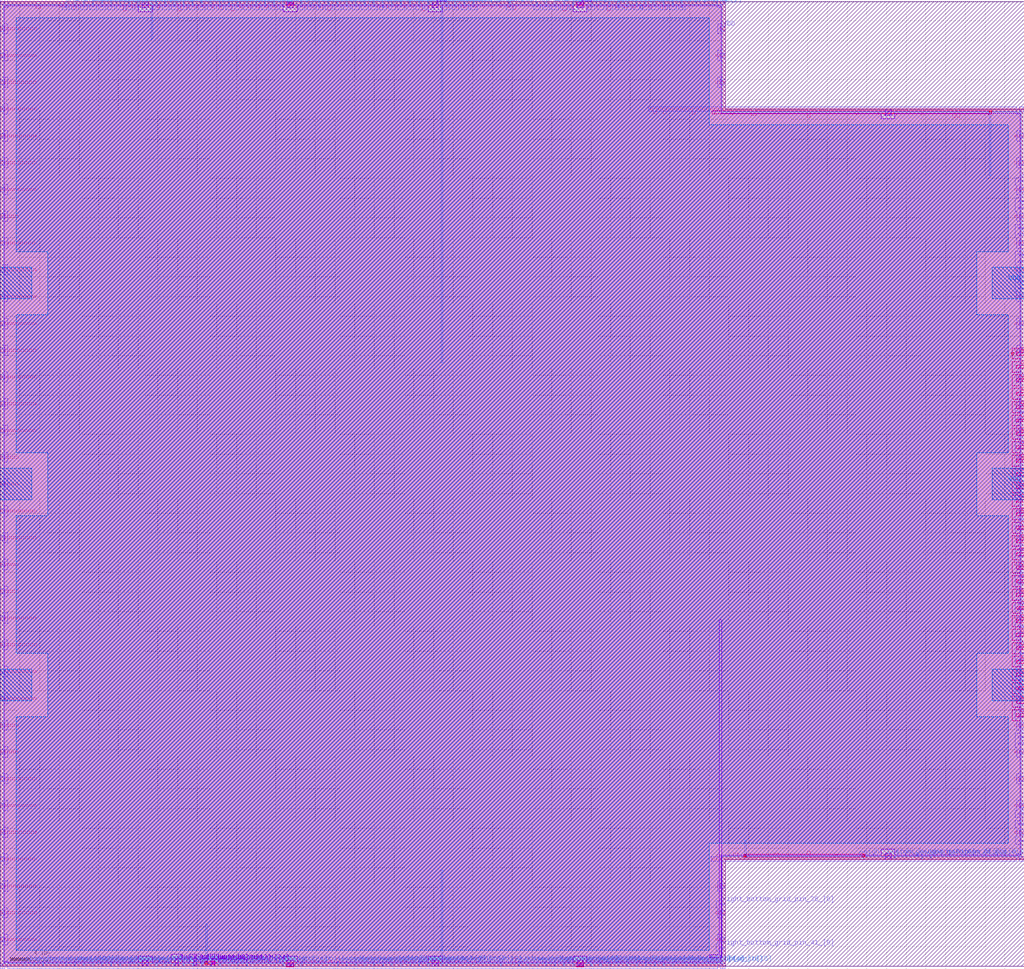
<source format=lef>
VERSION 5.7 ;
BUSBITCHARS "[]" ;

UNITS
  DATABASE MICRONS 1000 ;
END UNITS

MANUFACTURINGGRID 0.005 ;

LAYER li1
  TYPE ROUTING ;
  DIRECTION VERTICAL ;
  PITCH 0.46 ;
  WIDTH 0.17 ;
END li1

LAYER mcon
  TYPE CUT ;
END mcon

LAYER met1
  TYPE ROUTING ;
  DIRECTION HORIZONTAL ;
  PITCH 0.34 ;
  WIDTH 0.14 ;
END met1

LAYER via
  TYPE CUT ;
END via

LAYER met2
  TYPE ROUTING ;
  DIRECTION VERTICAL ;
  PITCH 0.46 ;
  WIDTH 0.14 ;
END met2

LAYER via2
  TYPE CUT ;
END via2

LAYER met3
  TYPE ROUTING ;
  DIRECTION HORIZONTAL ;
  PITCH 0.68 ;
  WIDTH 0.3 ;
END met3

LAYER via3
  TYPE CUT ;
END via3

LAYER met4
  TYPE ROUTING ;
  DIRECTION VERTICAL ;
  PITCH 0.92 ;
  WIDTH 0.3 ;
END met4

LAYER via4
  TYPE CUT ;
END via4

LAYER met5
  TYPE ROUTING ;
  DIRECTION HORIZONTAL ;
  PITCH 3.4 ;
  WIDTH 1.6 ;
END met5

LAYER nwell
  TYPE MASTERSLICE ;
END nwell

LAYER pwell
  TYPE MASTERSLICE ;
END pwell

LAYER OVERLAP
  TYPE OVERLAP ;
END OVERLAP

VIA L1M1_PR
  LAYER li1 ;
    RECT -0.085 -0.085 0.085 0.085 ;
  LAYER mcon ;
    RECT -0.085 -0.085 0.085 0.085 ;
  LAYER met1 ;
    RECT -0.145 -0.115 0.145 0.115 ;
END L1M1_PR

VIA L1M1_PR_R
  LAYER li1 ;
    RECT -0.085 -0.085 0.085 0.085 ;
  LAYER mcon ;
    RECT -0.085 -0.085 0.085 0.085 ;
  LAYER met1 ;
    RECT -0.115 -0.145 0.115 0.145 ;
END L1M1_PR_R

VIA L1M1_PR_M
  LAYER li1 ;
    RECT -0.085 -0.085 0.085 0.085 ;
  LAYER mcon ;
    RECT -0.085 -0.085 0.085 0.085 ;
  LAYER met1 ;
    RECT -0.115 -0.145 0.115 0.145 ;
END L1M1_PR_M

VIA L1M1_PR_MR
  LAYER li1 ;
    RECT -0.085 -0.085 0.085 0.085 ;
  LAYER mcon ;
    RECT -0.085 -0.085 0.085 0.085 ;
  LAYER met1 ;
    RECT -0.145 -0.115 0.145 0.115 ;
END L1M1_PR_MR

VIA L1M1_PR_C
  LAYER li1 ;
    RECT -0.085 -0.085 0.085 0.085 ;
  LAYER mcon ;
    RECT -0.085 -0.085 0.085 0.085 ;
  LAYER met1 ;
    RECT -0.145 -0.145 0.145 0.145 ;
END L1M1_PR_C

VIA M1M2_PR
  LAYER met1 ;
    RECT -0.16 -0.13 0.16 0.13 ;
  LAYER via ;
    RECT -0.075 -0.075 0.075 0.075 ;
  LAYER met2 ;
    RECT -0.13 -0.16 0.13 0.16 ;
END M1M2_PR

VIA M1M2_PR_Enc
  LAYER met1 ;
    RECT -0.16 -0.13 0.16 0.13 ;
  LAYER via ;
    RECT -0.075 -0.075 0.075 0.075 ;
  LAYER met2 ;
    RECT -0.16 -0.13 0.16 0.13 ;
END M1M2_PR_Enc

VIA M1M2_PR_R
  LAYER met1 ;
    RECT -0.13 -0.16 0.13 0.16 ;
  LAYER via ;
    RECT -0.075 -0.075 0.075 0.075 ;
  LAYER met2 ;
    RECT -0.16 -0.13 0.16 0.13 ;
END M1M2_PR_R

VIA M1M2_PR_R_Enc
  LAYER met1 ;
    RECT -0.13 -0.16 0.13 0.16 ;
  LAYER via ;
    RECT -0.075 -0.075 0.075 0.075 ;
  LAYER met2 ;
    RECT -0.13 -0.16 0.13 0.16 ;
END M1M2_PR_R_Enc

VIA M1M2_PR_M
  LAYER met1 ;
    RECT -0.16 -0.13 0.16 0.13 ;
  LAYER via ;
    RECT -0.075 -0.075 0.075 0.075 ;
  LAYER met2 ;
    RECT -0.16 -0.13 0.16 0.13 ;
END M1M2_PR_M

VIA M1M2_PR_M_Enc
  LAYER met1 ;
    RECT -0.16 -0.13 0.16 0.13 ;
  LAYER via ;
    RECT -0.075 -0.075 0.075 0.075 ;
  LAYER met2 ;
    RECT -0.13 -0.16 0.13 0.16 ;
END M1M2_PR_M_Enc

VIA M1M2_PR_MR
  LAYER met1 ;
    RECT -0.13 -0.16 0.13 0.16 ;
  LAYER via ;
    RECT -0.075 -0.075 0.075 0.075 ;
  LAYER met2 ;
    RECT -0.13 -0.16 0.13 0.16 ;
END M1M2_PR_MR

VIA M1M2_PR_MR_Enc
  LAYER met1 ;
    RECT -0.13 -0.16 0.13 0.16 ;
  LAYER via ;
    RECT -0.075 -0.075 0.075 0.075 ;
  LAYER met2 ;
    RECT -0.16 -0.13 0.16 0.13 ;
END M1M2_PR_MR_Enc

VIA M1M2_PR_C
  LAYER met1 ;
    RECT -0.16 -0.16 0.16 0.16 ;
  LAYER via ;
    RECT -0.075 -0.075 0.075 0.075 ;
  LAYER met2 ;
    RECT -0.16 -0.16 0.16 0.16 ;
END M1M2_PR_C

VIA M2M3_PR
  LAYER met2 ;
    RECT -0.14 -0.185 0.14 0.185 ;
  LAYER via2 ;
    RECT -0.1 -0.1 0.1 0.1 ;
  LAYER met3 ;
    RECT -0.165 -0.165 0.165 0.165 ;
END M2M3_PR

VIA M2M3_PR_R
  LAYER met2 ;
    RECT -0.185 -0.14 0.185 0.14 ;
  LAYER via2 ;
    RECT -0.1 -0.1 0.1 0.1 ;
  LAYER met3 ;
    RECT -0.165 -0.165 0.165 0.165 ;
END M2M3_PR_R

VIA M2M3_PR_M
  LAYER met2 ;
    RECT -0.14 -0.185 0.14 0.185 ;
  LAYER via2 ;
    RECT -0.1 -0.1 0.1 0.1 ;
  LAYER met3 ;
    RECT -0.165 -0.165 0.165 0.165 ;
END M2M3_PR_M

VIA M2M3_PR_MR
  LAYER met2 ;
    RECT -0.185 -0.14 0.185 0.14 ;
  LAYER via2 ;
    RECT -0.1 -0.1 0.1 0.1 ;
  LAYER met3 ;
    RECT -0.165 -0.165 0.165 0.165 ;
END M2M3_PR_MR

VIA M2M3_PR_C
  LAYER met2 ;
    RECT -0.185 -0.185 0.185 0.185 ;
  LAYER via2 ;
    RECT -0.1 -0.1 0.1 0.1 ;
  LAYER met3 ;
    RECT -0.165 -0.165 0.165 0.165 ;
END M2M3_PR_C

VIA M3M4_PR
  LAYER met3 ;
    RECT -0.19 -0.16 0.19 0.16 ;
  LAYER via3 ;
    RECT -0.1 -0.1 0.1 0.1 ;
  LAYER met4 ;
    RECT -0.165 -0.165 0.165 0.165 ;
END M3M4_PR

VIA M3M4_PR_R
  LAYER met3 ;
    RECT -0.16 -0.19 0.16 0.19 ;
  LAYER via3 ;
    RECT -0.1 -0.1 0.1 0.1 ;
  LAYER met4 ;
    RECT -0.165 -0.165 0.165 0.165 ;
END M3M4_PR_R

VIA M3M4_PR_M
  LAYER met3 ;
    RECT -0.19 -0.16 0.19 0.16 ;
  LAYER via3 ;
    RECT -0.1 -0.1 0.1 0.1 ;
  LAYER met4 ;
    RECT -0.165 -0.165 0.165 0.165 ;
END M3M4_PR_M

VIA M3M4_PR_MR
  LAYER met3 ;
    RECT -0.16 -0.19 0.16 0.19 ;
  LAYER via3 ;
    RECT -0.1 -0.1 0.1 0.1 ;
  LAYER met4 ;
    RECT -0.165 -0.165 0.165 0.165 ;
END M3M4_PR_MR

VIA M3M4_PR_C
  LAYER met3 ;
    RECT -0.19 -0.19 0.19 0.19 ;
  LAYER via3 ;
    RECT -0.1 -0.1 0.1 0.1 ;
  LAYER met4 ;
    RECT -0.165 -0.165 0.165 0.165 ;
END M3M4_PR_C

VIA M4M5_PR
  LAYER met4 ;
    RECT -0.59 -0.59 0.59 0.59 ;
  LAYER via4 ;
    RECT -0.4 -0.4 0.4 0.4 ;
  LAYER met5 ;
    RECT -0.71 -0.71 0.71 0.71 ;
END M4M5_PR

VIA M4M5_PR_R
  LAYER met4 ;
    RECT -0.59 -0.59 0.59 0.59 ;
  LAYER via4 ;
    RECT -0.4 -0.4 0.4 0.4 ;
  LAYER met5 ;
    RECT -0.71 -0.71 0.71 0.71 ;
END M4M5_PR_R

VIA M4M5_PR_M
  LAYER met4 ;
    RECT -0.59 -0.59 0.59 0.59 ;
  LAYER via4 ;
    RECT -0.4 -0.4 0.4 0.4 ;
  LAYER met5 ;
    RECT -0.71 -0.71 0.71 0.71 ;
END M4M5_PR_M

VIA M4M5_PR_MR
  LAYER met4 ;
    RECT -0.59 -0.59 0.59 0.59 ;
  LAYER via4 ;
    RECT -0.4 -0.4 0.4 0.4 ;
  LAYER met5 ;
    RECT -0.71 -0.71 0.71 0.71 ;
END M4M5_PR_MR

VIA M4M5_PR_C
  LAYER met4 ;
    RECT -0.59 -0.59 0.59 0.59 ;
  LAYER via4 ;
    RECT -0.4 -0.4 0.4 0.4 ;
  LAYER met5 ;
    RECT -0.71 -0.71 0.71 0.71 ;
END M4M5_PR_C

SITE unit
  CLASS CORE ;
  SYMMETRY Y ;
  SIZE 0.46 BY 2.72 ;
END unit

SITE unithddbl
  CLASS CORE ;
  SIZE 0.46 BY 5.44 ;
END unithddbl

MACRO sb_0__1_
  CLASS BLOCK ;
  ORIGIN 0 0 ;
  SIZE 103.96 BY 97.92 ;
  SYMMETRY X Y ;
  PIN pReset[0]
    DIRECTION INPUT ;
    USE SIGNAL ;
    PORT
      LAYER met2 ;
        RECT 51.68 97.435 51.82 97.92 ;
    END
  END pReset[0]
  PIN chany_top_in[0]
    DIRECTION INPUT ;
    USE SIGNAL ;
    PORT
      LAYER met2 ;
        RECT 69.16 97.435 69.3 97.92 ;
    END
  END chany_top_in[0]
  PIN chany_top_in[1]
    DIRECTION INPUT ;
    USE SIGNAL ;
    PORT
      LAYER met2 ;
        RECT 55.36 97.435 55.5 97.92 ;
    END
  END chany_top_in[1]
  PIN chany_top_in[2]
    DIRECTION INPUT ;
    USE SIGNAL ;
    PORT
      LAYER met2 ;
        RECT 57.2 97.435 57.34 97.92 ;
    END
  END chany_top_in[2]
  PIN chany_top_in[3]
    DIRECTION INPUT ;
    USE SIGNAL ;
    PORT
      LAYER met2 ;
        RECT 28.68 97.435 28.82 97.92 ;
    END
  END chany_top_in[3]
  PIN chany_top_in[4]
    DIRECTION INPUT ;
    USE SIGNAL ;
    PORT
      LAYER met2 ;
        RECT 65.48 97.435 65.62 97.92 ;
    END
  END chany_top_in[4]
  PIN chany_top_in[5]
    DIRECTION INPUT ;
    USE SIGNAL ;
    PORT
      LAYER met2 ;
        RECT 64.56 97.435 64.7 97.92 ;
    END
  END chany_top_in[5]
  PIN chany_top_in[6]
    DIRECTION INPUT ;
    USE SIGNAL ;
    PORT
      LAYER met2 ;
        RECT 8.44 97.435 8.58 97.92 ;
    END
  END chany_top_in[6]
  PIN chany_top_in[7]
    DIRECTION INPUT ;
    USE SIGNAL ;
    PORT
      LAYER met2 ;
        RECT 12.12 97.435 12.26 97.92 ;
    END
  END chany_top_in[7]
  PIN chany_top_in[8]
    DIRECTION INPUT ;
    USE SIGNAL ;
    PORT
      LAYER met2 ;
        RECT 23.16 97.435 23.3 97.92 ;
    END
  END chany_top_in[8]
  PIN chany_top_in[9]
    DIRECTION INPUT ;
    USE SIGNAL ;
    PORT
      LAYER met2 ;
        RECT 22.24 97.435 22.38 97.92 ;
    END
  END chany_top_in[9]
  PIN chany_top_in[10]
    DIRECTION INPUT ;
    USE SIGNAL ;
    PORT
      LAYER met2 ;
        RECT 24.08 97.435 24.22 97.92 ;
    END
  END chany_top_in[10]
  PIN chany_top_in[11]
    DIRECTION INPUT ;
    USE SIGNAL ;
    PORT
      LAYER met2 ;
        RECT 31.44 97.435 31.58 97.92 ;
    END
  END chany_top_in[11]
  PIN chany_top_in[12]
    DIRECTION INPUT ;
    USE SIGNAL ;
    PORT
      LAYER met2 ;
        RECT 30.52 97.435 30.66 97.92 ;
    END
  END chany_top_in[12]
  PIN chany_top_in[13]
    DIRECTION INPUT ;
    USE SIGNAL ;
    PORT
      LAYER met2 ;
        RECT 66.4 97.435 66.54 97.92 ;
    END
  END chany_top_in[13]
  PIN chany_top_in[14]
    DIRECTION INPUT ;
    USE SIGNAL ;
    PORT
      LAYER met2 ;
        RECT 56.28 97.435 56.42 97.92 ;
    END
  END chany_top_in[14]
  PIN chany_top_in[15]
    DIRECTION INPUT ;
    USE SIGNAL ;
    PORT
      LAYER met2 ;
        RECT 60.88 97.435 61.02 97.92 ;
    END
  END chany_top_in[15]
  PIN chany_top_in[16]
    DIRECTION INPUT ;
    USE SIGNAL ;
    PORT
      LAYER met2 ;
        RECT 34.2 97.435 34.34 97.92 ;
    END
  END chany_top_in[16]
  PIN chany_top_in[17]
    DIRECTION INPUT ;
    USE SIGNAL ;
    PORT
      LAYER met2 ;
        RECT 45.24 97.435 45.38 97.92 ;
    END
  END chany_top_in[17]
  PIN chany_top_in[18]
    DIRECTION INPUT ;
    USE SIGNAL ;
    PORT
      LAYER met2 ;
        RECT 7.52 97.435 7.66 97.92 ;
    END
  END chany_top_in[18]
  PIN chany_top_in[19]
    DIRECTION INPUT ;
    USE SIGNAL ;
    PORT
      LAYER met2 ;
        RECT 32.36 97.435 32.5 97.92 ;
    END
  END chany_top_in[19]
  PIN chany_top_in[20]
    DIRECTION INPUT ;
    USE SIGNAL ;
    PORT
      LAYER met2 ;
        RECT 59.96 97.435 60.1 97.92 ;
    END
  END chany_top_in[20]
  PIN chany_top_in[21]
    DIRECTION INPUT ;
    USE SIGNAL ;
    PORT
      LAYER met2 ;
        RECT 63.64 97.435 63.78 97.92 ;
    END
  END chany_top_in[21]
  PIN chany_top_in[22]
    DIRECTION INPUT ;
    USE SIGNAL ;
    PORT
      LAYER met2 ;
        RECT 9.36 97.435 9.5 97.92 ;
    END
  END chany_top_in[22]
  PIN chany_top_in[23]
    DIRECTION INPUT ;
    USE SIGNAL ;
    PORT
      LAYER met2 ;
        RECT 25.92 97.435 26.06 97.92 ;
    END
  END chany_top_in[23]
  PIN chany_top_in[24]
    DIRECTION INPUT ;
    USE SIGNAL ;
    PORT
      LAYER met2 ;
        RECT 27.76 97.435 27.9 97.92 ;
    END
  END chany_top_in[24]
  PIN chany_top_in[25]
    DIRECTION INPUT ;
    USE SIGNAL ;
    PORT
      LAYER met2 ;
        RECT 6.6 97.435 6.74 97.92 ;
    END
  END chany_top_in[25]
  PIN chany_top_in[26]
    DIRECTION INPUT ;
    USE SIGNAL ;
    PORT
      LAYER met2 ;
        RECT 48 97.435 48.14 97.92 ;
    END
  END chany_top_in[26]
  PIN chany_top_in[27]
    DIRECTION INPUT ;
    USE SIGNAL ;
    PORT
      LAYER met2 ;
        RECT 68.24 97.435 68.38 97.92 ;
    END
  END chany_top_in[27]
  PIN chany_top_in[28]
    DIRECTION INPUT ;
    USE SIGNAL ;
    PORT
      LAYER met2 ;
        RECT 67.32 97.435 67.46 97.92 ;
    END
  END chany_top_in[28]
  PIN chany_top_in[29]
    DIRECTION INPUT ;
    USE SIGNAL ;
    PORT
      LAYER met2 ;
        RECT 58.12 97.435 58.26 97.92 ;
    END
  END chany_top_in[29]
  PIN top_left_grid_pin_1_[0]
    DIRECTION INPUT ;
    USE SIGNAL ;
    PORT
      LAYER met2 ;
        RECT 54.44 97.435 54.58 97.92 ;
    END
  END top_left_grid_pin_1_[0]
  PIN chanx_right_in[0]
    DIRECTION INPUT ;
    USE SIGNAL ;
    PORT
      LAYER met1 ;
        RECT 103.365 68.78 103.96 68.92 ;
    END
  END chanx_right_in[0]
  PIN chanx_right_in[1]
    DIRECTION INPUT ;
    USE SIGNAL ;
    PORT
      LAYER met1 ;
        RECT 103.365 69.46 103.96 69.6 ;
    END
  END chanx_right_in[1]
  PIN chanx_right_in[2]
    DIRECTION INPUT ;
    USE SIGNAL ;
    PORT
      LAYER met3 ;
        RECT 103.16 43.03 103.96 43.33 ;
    END
  END chanx_right_in[2]
  PIN chanx_right_in[3]
    DIRECTION INPUT ;
    USE SIGNAL ;
    PORT
      LAYER met3 ;
        RECT 103.16 41.67 103.96 41.97 ;
    END
  END chanx_right_in[3]
  PIN chanx_right_in[4]
    DIRECTION INPUT ;
    USE SIGNAL ;
    PORT
      LAYER met3 ;
        RECT 103.16 26.71 103.96 27.01 ;
    END
  END chanx_right_in[4]
  PIN chanx_right_in[5]
    DIRECTION INPUT ;
    USE SIGNAL ;
    PORT
      LAYER met3 ;
        RECT 103.16 52.55 103.96 52.85 ;
    END
  END chanx_right_in[5]
  PIN chanx_right_in[6]
    DIRECTION INPUT ;
    USE SIGNAL ;
    PORT
      LAYER met3 ;
        RECT 103.16 51.19 103.96 51.49 ;
    END
  END chanx_right_in[6]
  PIN chanx_right_in[7]
    DIRECTION INPUT ;
    USE SIGNAL ;
    PORT
      LAYER met1 ;
        RECT 103.365 49.74 103.96 49.88 ;
    END
  END chanx_right_in[7]
  PIN chanx_right_in[8]
    DIRECTION INPUT ;
    USE SIGNAL ;
    PORT
      LAYER met3 ;
        RECT 103.16 45.75 103.96 46.05 ;
    END
  END chanx_right_in[8]
  PIN chanx_right_in[9]
    DIRECTION INPUT ;
    USE SIGNAL ;
    PORT
      LAYER met3 ;
        RECT 103.16 40.31 103.96 40.61 ;
    END
  END chanx_right_in[9]
  PIN chanx_right_in[10]
    DIRECTION INPUT ;
    USE SIGNAL ;
    PORT
      LAYER met1 ;
        RECT 103.365 52.46 103.96 52.6 ;
    END
  END chanx_right_in[10]
  PIN chanx_right_in[11]
    DIRECTION INPUT ;
    USE SIGNAL ;
    PORT
      LAYER met1 ;
        RECT 103.365 44.3 103.96 44.44 ;
    END
  END chanx_right_in[11]
  PIN chanx_right_in[12]
    DIRECTION INPUT ;
    USE SIGNAL ;
    PORT
      LAYER met3 ;
        RECT 103.16 29.43 103.96 29.73 ;
    END
  END chanx_right_in[12]
  PIN chanx_right_in[13]
    DIRECTION INPUT ;
    USE SIGNAL ;
    PORT
      LAYER met3 ;
        RECT 103.16 47.11 103.96 47.41 ;
    END
  END chanx_right_in[13]
  PIN chanx_right_in[14]
    DIRECTION INPUT ;
    USE SIGNAL ;
    PORT
      LAYER met1 ;
        RECT 103.365 53.14 103.96 53.28 ;
    END
  END chanx_right_in[14]
  PIN chanx_right_in[15]
    DIRECTION INPUT ;
    USE SIGNAL ;
    PORT
      LAYER met1 ;
        RECT 103.365 79.66 103.96 79.8 ;
    END
  END chanx_right_in[15]
  PIN chanx_right_in[16]
    DIRECTION INPUT ;
    USE SIGNAL ;
    PORT
      LAYER met3 ;
        RECT 103.16 44.39 103.96 44.69 ;
    END
  END chanx_right_in[16]
  PIN chanx_right_in[17]
    DIRECTION INPUT ;
    USE SIGNAL ;
    PORT
      LAYER met1 ;
        RECT 103.365 41.58 103.96 41.72 ;
    END
  END chanx_right_in[17]
  PIN chanx_right_in[18]
    DIRECTION INPUT ;
    USE SIGNAL ;
    PORT
      LAYER met3 ;
        RECT 103.16 60.71 103.96 61.01 ;
    END
  END chanx_right_in[18]
  PIN chanx_right_in[19]
    DIRECTION INPUT ;
    USE SIGNAL ;
    PORT
      LAYER met1 ;
        RECT 103.365 36.14 103.96 36.28 ;
    END
  END chanx_right_in[19]
  PIN chanx_right_in[20]
    DIRECTION INPUT ;
    USE SIGNAL ;
    PORT
      LAYER met1 ;
        RECT 103.365 47.7 103.96 47.84 ;
    END
  END chanx_right_in[20]
  PIN chanx_right_in[21]
    DIRECTION INPUT ;
    USE SIGNAL ;
    PORT
      LAYER met1 ;
        RECT 103.365 74.9 103.96 75.04 ;
    END
  END chanx_right_in[21]
  PIN chanx_right_in[22]
    DIRECTION INPUT ;
    USE SIGNAL ;
    PORT
      LAYER met1 ;
        RECT 103.365 50.42 103.96 50.56 ;
    END
  END chanx_right_in[22]
  PIN chanx_right_in[23]
    DIRECTION INPUT ;
    USE SIGNAL ;
    PORT
      LAYER met1 ;
        RECT 103.365 34.44 103.96 34.58 ;
    END
  END chanx_right_in[23]
  PIN chanx_right_in[24]
    DIRECTION INPUT ;
    USE SIGNAL ;
    PORT
      LAYER met3 ;
        RECT 103.16 49.83 103.96 50.13 ;
    END
  END chanx_right_in[24]
  PIN chanx_right_in[25]
    DIRECTION INPUT ;
    USE SIGNAL ;
    PORT
      LAYER met1 ;
        RECT 103.365 42.26 103.96 42.4 ;
    END
  END chanx_right_in[25]
  PIN chanx_right_in[26]
    DIRECTION INPUT ;
    USE SIGNAL ;
    PORT
      LAYER met3 ;
        RECT 103.16 62.07 103.96 62.37 ;
    END
  END chanx_right_in[26]
  PIN chanx_right_in[27]
    DIRECTION INPUT ;
    USE SIGNAL ;
    PORT
      LAYER met3 ;
        RECT 103.16 53.91 103.96 54.21 ;
    END
  END chanx_right_in[27]
  PIN chanx_right_in[28]
    DIRECTION INPUT ;
    USE SIGNAL ;
    PORT
      LAYER met1 ;
        RECT 103.365 29 103.96 29.14 ;
    END
  END chanx_right_in[28]
  PIN chanx_right_in[29]
    DIRECTION INPUT ;
    USE SIGNAL ;
    PORT
      LAYER met3 ;
        RECT 103.16 48.47 103.96 48.77 ;
    END
  END chanx_right_in[29]
  PIN right_bottom_grid_pin_36_[0]
    DIRECTION INPUT ;
    USE SIGNAL ;
    PORT
      LAYER met1 ;
        RECT 73.005 6.22 73.6 6.36 ;
    END
  END right_bottom_grid_pin_36_[0]
  PIN right_bottom_grid_pin_37_[0]
    DIRECTION INPUT ;
    USE SIGNAL ;
    PORT
      LAYER met1 ;
        RECT 103.365 12.68 103.96 12.82 ;
    END
  END right_bottom_grid_pin_37_[0]
  PIN right_bottom_grid_pin_38_[0]
    DIRECTION INPUT ;
    USE SIGNAL ;
    PORT
      LAYER met2 ;
        RECT 90.78 10.88 90.92 11.365 ;
    END
  END right_bottom_grid_pin_38_[0]
  PIN right_bottom_grid_pin_39_[0]
    DIRECTION INPUT ;
    USE SIGNAL ;
    PORT
      LAYER met1 ;
        RECT 103.365 14.38 103.96 14.52 ;
    END
  END right_bottom_grid_pin_39_[0]
  PIN right_bottom_grid_pin_40_[0]
    DIRECTION INPUT ;
    USE SIGNAL ;
    PORT
      LAYER met2 ;
        RECT 93.54 10.88 93.68 11.365 ;
    END
  END right_bottom_grid_pin_40_[0]
  PIN right_bottom_grid_pin_41_[0]
    DIRECTION INPUT ;
    USE SIGNAL ;
    PORT
      LAYER met1 ;
        RECT 73.005 1.8 73.6 1.94 ;
    END
  END right_bottom_grid_pin_41_[0]
  PIN right_bottom_grid_pin_42_[0]
    DIRECTION INPUT ;
    USE SIGNAL ;
    PORT
      LAYER met2 ;
        RECT 87.56 10.88 87.7 11.365 ;
    END
  END right_bottom_grid_pin_42_[0]
  PIN right_bottom_grid_pin_43_[0]
    DIRECTION INPUT ;
    USE SIGNAL ;
    PORT
      LAYER met2 ;
        RECT 94.46 10.88 94.6 11.365 ;
    END
  END right_bottom_grid_pin_43_[0]
  PIN chany_bottom_in[0]
    DIRECTION INPUT ;
    USE SIGNAL ;
    PORT
      LAYER met2 ;
        RECT 68.24 0 68.38 0.485 ;
    END
  END chany_bottom_in[0]
  PIN chany_bottom_in[1]
    DIRECTION INPUT ;
    USE SIGNAL ;
    PORT
      LAYER met2 ;
        RECT 53.52 0 53.66 0.485 ;
    END
  END chany_bottom_in[1]
  PIN chany_bottom_in[2]
    DIRECTION INPUT ;
    USE SIGNAL ;
    PORT
      LAYER met2 ;
        RECT 54.44 0 54.58 0.485 ;
    END
  END chany_bottom_in[2]
  PIN chany_bottom_in[3]
    DIRECTION INPUT ;
    USE SIGNAL ;
    PORT
      LAYER met4 ;
        RECT 17.79 0 18.09 0.8 ;
    END
  END chany_bottom_in[3]
  PIN chany_bottom_in[4]
    DIRECTION INPUT ;
    USE SIGNAL ;
    PORT
      LAYER met2 ;
        RECT 63.64 0 63.78 0.485 ;
    END
  END chany_bottom_in[4]
  PIN chany_bottom_in[5]
    DIRECTION INPUT ;
    USE SIGNAL ;
    PORT
      LAYER met2 ;
        RECT 59.96 0 60.1 0.485 ;
    END
  END chany_bottom_in[5]
  PIN chany_bottom_in[6]
    DIRECTION INPUT ;
    USE SIGNAL ;
    PORT
      LAYER met2 ;
        RECT 30.52 0 30.66 0.485 ;
    END
  END chany_bottom_in[6]
  PIN chany_bottom_in[7]
    DIRECTION INPUT ;
    USE SIGNAL ;
    PORT
      LAYER met2 ;
        RECT 42.48 0 42.62 0.485 ;
    END
  END chany_bottom_in[7]
  PIN chany_bottom_in[8]
    DIRECTION INPUT ;
    USE SIGNAL ;
    PORT
      LAYER met2 ;
        RECT 36.96 0 37.1 0.485 ;
    END
  END chany_bottom_in[8]
  PIN chany_bottom_in[9]
    DIRECTION INPUT ;
    USE SIGNAL ;
    PORT
      LAYER met2 ;
        RECT 55.36 0 55.5 0.485 ;
    END
  END chany_bottom_in[9]
  PIN chany_bottom_in[10]
    DIRECTION INPUT ;
    USE SIGNAL ;
    PORT
      LAYER met2 ;
        RECT 5.68 0 5.82 0.485 ;
    END
  END chany_bottom_in[10]
  PIN chany_bottom_in[11]
    DIRECTION INPUT ;
    USE SIGNAL ;
    PORT
      LAYER met2 ;
        RECT 34.2 0 34.34 0.485 ;
    END
  END chany_bottom_in[11]
  PIN chany_bottom_in[12]
    DIRECTION INPUT ;
    USE SIGNAL ;
    PORT
      LAYER met2 ;
        RECT 50.76 0 50.9 0.485 ;
    END
  END chany_bottom_in[12]
  PIN chany_bottom_in[13]
    DIRECTION INPUT ;
    USE SIGNAL ;
    PORT
      LAYER met2 ;
        RECT 58.12 0 58.26 0.485 ;
    END
  END chany_bottom_in[13]
  PIN chany_bottom_in[14]
    DIRECTION INPUT ;
    USE SIGNAL ;
    PORT
      LAYER met2 ;
        RECT 64.56 0 64.7 0.485 ;
    END
  END chany_bottom_in[14]
  PIN chany_bottom_in[15]
    DIRECTION INPUT ;
    USE SIGNAL ;
    PORT
      LAYER met2 ;
        RECT 70.54 0 70.68 0.485 ;
    END
  END chany_bottom_in[15]
  PIN chany_bottom_in[16]
    DIRECTION INPUT ;
    USE SIGNAL ;
    PORT
      LAYER met2 ;
        RECT 69.62 0 69.76 0.485 ;
    END
  END chany_bottom_in[16]
  PIN chany_bottom_in[17]
    DIRECTION INPUT ;
    USE SIGNAL ;
    PORT
      LAYER met4 ;
        RECT 19.63 0 19.93 0.8 ;
    END
  END chany_bottom_in[17]
  PIN chany_bottom_in[18]
    DIRECTION INPUT ;
    USE SIGNAL ;
    PORT
      LAYER met2 ;
        RECT 45.24 0 45.38 0.485 ;
    END
  END chany_bottom_in[18]
  PIN chany_bottom_in[19]
    DIRECTION INPUT ;
    USE SIGNAL ;
    PORT
      LAYER met2 ;
        RECT 12.12 0 12.26 0.485 ;
    END
  END chany_bottom_in[19]
  PIN chany_bottom_in[20]
    DIRECTION INPUT ;
    USE SIGNAL ;
    PORT
      LAYER met2 ;
        RECT 44.32 0 44.46 0.485 ;
    END
  END chany_bottom_in[20]
  PIN chany_bottom_in[21]
    DIRECTION INPUT ;
    USE SIGNAL ;
    PORT
      LAYER met2 ;
        RECT 66.4 0 66.54 0.485 ;
    END
  END chany_bottom_in[21]
  PIN chany_bottom_in[22]
    DIRECTION INPUT ;
    USE SIGNAL ;
    PORT
      LAYER met2 ;
        RECT 35.12 0 35.26 0.485 ;
    END
  END chany_bottom_in[22]
  PIN chany_bottom_in[23]
    DIRECTION INPUT ;
    USE SIGNAL ;
    PORT
      LAYER met2 ;
        RECT 8.44 0 8.58 0.485 ;
    END
  END chany_bottom_in[23]
  PIN chany_bottom_in[24]
    DIRECTION INPUT ;
    USE SIGNAL ;
    PORT
      LAYER met4 ;
        RECT 21.47 0 21.77 0.8 ;
    END
  END chany_bottom_in[24]
  PIN chany_bottom_in[25]
    DIRECTION INPUT ;
    USE SIGNAL ;
    PORT
      LAYER met2 ;
        RECT 65.48 0 65.62 0.485 ;
    END
  END chany_bottom_in[25]
  PIN chany_bottom_in[26]
    DIRECTION INPUT ;
    USE SIGNAL ;
    PORT
      LAYER met2 ;
        RECT 43.4 0 43.54 0.485 ;
    END
  END chany_bottom_in[26]
  PIN chany_bottom_in[27]
    DIRECTION INPUT ;
    USE SIGNAL ;
    PORT
      LAYER met2 ;
        RECT 60.88 0 61.02 0.485 ;
    END
  END chany_bottom_in[27]
  PIN chany_bottom_in[28]
    DIRECTION INPUT ;
    USE SIGNAL ;
    PORT
      LAYER met2 ;
        RECT 56.28 0 56.42 0.485 ;
    END
  END chany_bottom_in[28]
  PIN chany_bottom_in[29]
    DIRECTION INPUT ;
    USE SIGNAL ;
    PORT
      LAYER met2 ;
        RECT 57.2 0 57.34 0.485 ;
    END
  END chany_bottom_in[29]
  PIN bottom_left_grid_pin_1_[0]
    DIRECTION INPUT ;
    USE SIGNAL ;
    PORT
      LAYER met2 ;
        RECT 52.6 0 52.74 0.485 ;
    END
  END bottom_left_grid_pin_1_[0]
  PIN ccff_head[0]
    DIRECTION INPUT ;
    USE SIGNAL ;
    PORT
      LAYER met1 ;
        RECT 103.365 71.5 103.96 71.64 ;
    END
  END ccff_head[0]
  PIN chany_top_out[0]
    DIRECTION OUTPUT ;
    USE SIGNAL ;
    PORT
      LAYER met2 ;
        RECT 26.84 97.435 26.98 97.92 ;
    END
  END chany_top_out[0]
  PIN chany_top_out[1]
    DIRECTION OUTPUT ;
    USE SIGNAL ;
    PORT
      LAYER met2 ;
        RECT 62.72 97.435 62.86 97.92 ;
    END
  END chany_top_out[1]
  PIN chany_top_out[2]
    DIRECTION OUTPUT ;
    USE SIGNAL ;
    PORT
      LAYER met2 ;
        RECT 13.96 97.435 14.1 97.92 ;
    END
  END chany_top_out[2]
  PIN chany_top_out[3]
    DIRECTION OUTPUT ;
    USE SIGNAL ;
    PORT
      LAYER met2 ;
        RECT 10.28 97.435 10.42 97.92 ;
    END
  END chany_top_out[3]
  PIN chany_top_out[4]
    DIRECTION OUTPUT ;
    USE SIGNAL ;
    PORT
      LAYER met2 ;
        RECT 44.32 97.435 44.46 97.92 ;
    END
  END chany_top_out[4]
  PIN chany_top_out[5]
    DIRECTION OUTPUT ;
    USE SIGNAL ;
    PORT
      LAYER met2 ;
        RECT 21.32 97.435 21.46 97.92 ;
    END
  END chany_top_out[5]
  PIN chany_top_out[6]
    DIRECTION OUTPUT ;
    USE SIGNAL ;
    PORT
      LAYER met2 ;
        RECT 13.04 97.435 13.18 97.92 ;
    END
  END chany_top_out[6]
  PIN chany_top_out[7]
    DIRECTION OUTPUT ;
    USE SIGNAL ;
    PORT
      LAYER met2 ;
        RECT 35.12 97.435 35.26 97.92 ;
    END
  END chany_top_out[7]
  PIN chany_top_out[8]
    DIRECTION OUTPUT ;
    USE SIGNAL ;
    PORT
      LAYER met2 ;
        RECT 61.8 97.435 61.94 97.92 ;
    END
  END chany_top_out[8]
  PIN chany_top_out[9]
    DIRECTION OUTPUT ;
    USE SIGNAL ;
    PORT
      LAYER met2 ;
        RECT 14.88 97.435 15.02 97.92 ;
    END
  END chany_top_out[9]
  PIN chany_top_out[10]
    DIRECTION OUTPUT ;
    USE SIGNAL ;
    PORT
      LAYER met2 ;
        RECT 43.4 97.435 43.54 97.92 ;
    END
  END chany_top_out[10]
  PIN chany_top_out[11]
    DIRECTION OUTPUT ;
    USE SIGNAL ;
    PORT
      LAYER met2 ;
        RECT 20.4 97.435 20.54 97.92 ;
    END
  END chany_top_out[11]
  PIN chany_top_out[12]
    DIRECTION OUTPUT ;
    USE SIGNAL ;
    PORT
      LAYER met2 ;
        RECT 25 97.435 25.14 97.92 ;
    END
  END chany_top_out[12]
  PIN chany_top_out[13]
    DIRECTION OUTPUT ;
    USE SIGNAL ;
    PORT
      LAYER met2 ;
        RECT 15.8 97.435 15.94 97.92 ;
    END
  END chany_top_out[13]
  PIN chany_top_out[14]
    DIRECTION OUTPUT ;
    USE SIGNAL ;
    PORT
      LAYER met2 ;
        RECT 46.16 97.435 46.3 97.92 ;
    END
  END chany_top_out[14]
  PIN chany_top_out[15]
    DIRECTION OUTPUT ;
    USE SIGNAL ;
    PORT
      LAYER met2 ;
        RECT 36.04 97.435 36.18 97.92 ;
    END
  END chany_top_out[15]
  PIN chany_top_out[16]
    DIRECTION OUTPUT ;
    USE SIGNAL ;
    PORT
      LAYER met2 ;
        RECT 42.48 97.435 42.62 97.92 ;
    END
  END chany_top_out[16]
  PIN chany_top_out[17]
    DIRECTION OUTPUT ;
    USE SIGNAL ;
    PORT
      LAYER met2 ;
        RECT 19.48 97.435 19.62 97.92 ;
    END
  END chany_top_out[17]
  PIN chany_top_out[18]
    DIRECTION OUTPUT ;
    USE SIGNAL ;
    PORT
      LAYER met2 ;
        RECT 33.28 97.435 33.42 97.92 ;
    END
  END chany_top_out[18]
  PIN chany_top_out[19]
    DIRECTION OUTPUT ;
    USE SIGNAL ;
    PORT
      LAYER met2 ;
        RECT 36.96 97.435 37.1 97.92 ;
    END
  END chany_top_out[19]
  PIN chany_top_out[20]
    DIRECTION OUTPUT ;
    USE SIGNAL ;
    PORT
      LAYER met2 ;
        RECT 41.56 97.435 41.7 97.92 ;
    END
  END chany_top_out[20]
  PIN chany_top_out[21]
    DIRECTION OUTPUT ;
    USE SIGNAL ;
    PORT
      LAYER met2 ;
        RECT 16.72 97.435 16.86 97.92 ;
    END
  END chany_top_out[21]
  PIN chany_top_out[22]
    DIRECTION OUTPUT ;
    USE SIGNAL ;
    PORT
      LAYER met2 ;
        RECT 11.2 97.435 11.34 97.92 ;
    END
  END chany_top_out[22]
  PIN chany_top_out[23]
    DIRECTION OUTPUT ;
    USE SIGNAL ;
    PORT
      LAYER met2 ;
        RECT 37.88 97.435 38.02 97.92 ;
    END
  END chany_top_out[23]
  PIN chany_top_out[24]
    DIRECTION OUTPUT ;
    USE SIGNAL ;
    PORT
      LAYER met2 ;
        RECT 47.08 97.435 47.22 97.92 ;
    END
  END chany_top_out[24]
  PIN chany_top_out[25]
    DIRECTION OUTPUT ;
    USE SIGNAL ;
    PORT
      LAYER met2 ;
        RECT 40.64 97.435 40.78 97.92 ;
    END
  END chany_top_out[25]
  PIN chany_top_out[26]
    DIRECTION OUTPUT ;
    USE SIGNAL ;
    PORT
      LAYER met2 ;
        RECT 38.8 97.435 38.94 97.92 ;
    END
  END chany_top_out[26]
  PIN chany_top_out[27]
    DIRECTION OUTPUT ;
    USE SIGNAL ;
    PORT
      LAYER met2 ;
        RECT 18.56 97.435 18.7 97.92 ;
    END
  END chany_top_out[27]
  PIN chany_top_out[28]
    DIRECTION OUTPUT ;
    USE SIGNAL ;
    PORT
      LAYER met2 ;
        RECT 17.64 97.435 17.78 97.92 ;
    END
  END chany_top_out[28]
  PIN chany_top_out[29]
    DIRECTION OUTPUT ;
    USE SIGNAL ;
    PORT
      LAYER met2 ;
        RECT 39.72 97.435 39.86 97.92 ;
    END
  END chany_top_out[29]
  PIN chanx_right_out[0]
    DIRECTION OUTPUT ;
    USE SIGNAL ;
    PORT
      LAYER met1 ;
        RECT 103.365 56.2 103.96 56.34 ;
    END
  END chanx_right_out[0]
  PIN chanx_right_out[1]
    DIRECTION OUTPUT ;
    USE SIGNAL ;
    PORT
      LAYER met1 ;
        RECT 103.365 36.82 103.96 36.96 ;
    END
  END chanx_right_out[1]
  PIN chanx_right_out[2]
    DIRECTION OUTPUT ;
    USE SIGNAL ;
    PORT
      LAYER met1 ;
        RECT 103.365 27.98 103.96 28.12 ;
    END
  END chanx_right_out[2]
  PIN chanx_right_out[3]
    DIRECTION OUTPUT ;
    USE SIGNAL ;
    PORT
      LAYER met1 ;
        RECT 103.365 38.86 103.96 39 ;
    END
  END chanx_right_out[3]
  PIN chanx_right_out[4]
    DIRECTION OUTPUT ;
    USE SIGNAL ;
    PORT
      LAYER met1 ;
        RECT 103.365 76.94 103.96 77.08 ;
    END
  END chanx_right_out[4]
  PIN chanx_right_out[5]
    DIRECTION OUTPUT ;
    USE SIGNAL ;
    PORT
      LAYER met1 ;
        RECT 103.365 31.04 103.96 31.18 ;
    END
  END chanx_right_out[5]
  PIN chanx_right_out[6]
    DIRECTION OUTPUT ;
    USE SIGNAL ;
    PORT
      LAYER met1 ;
        RECT 103.365 55.52 103.96 55.66 ;
    END
  END chanx_right_out[6]
  PIN chanx_right_out[7]
    DIRECTION OUTPUT ;
    USE SIGNAL ;
    PORT
      LAYER met3 ;
        RECT 103.16 55.27 103.96 55.57 ;
    END
  END chanx_right_out[7]
  PIN chanx_right_out[8]
    DIRECTION OUTPUT ;
    USE SIGNAL ;
    PORT
      LAYER met3 ;
        RECT 103.16 57.99 103.96 58.29 ;
    END
  END chanx_right_out[8]
  PIN chanx_right_out[9]
    DIRECTION OUTPUT ;
    USE SIGNAL ;
    PORT
      LAYER met3 ;
        RECT 103.16 56.63 103.96 56.93 ;
    END
  END chanx_right_out[9]
  PIN chanx_right_out[10]
    DIRECTION OUTPUT ;
    USE SIGNAL ;
    PORT
      LAYER met3 ;
        RECT 103.16 37.59 103.96 37.89 ;
    END
  END chanx_right_out[10]
  PIN chanx_right_out[11]
    DIRECTION OUTPUT ;
    USE SIGNAL ;
    PORT
      LAYER met3 ;
        RECT 103.16 59.35 103.96 59.65 ;
    END
  END chanx_right_out[11]
  PIN chanx_right_out[12]
    DIRECTION OUTPUT ;
    USE SIGNAL ;
    PORT
      LAYER met1 ;
        RECT 103.365 31.72 103.96 31.86 ;
    END
  END chanx_right_out[12]
  PIN chanx_right_out[13]
    DIRECTION OUTPUT ;
    USE SIGNAL ;
    PORT
      LAYER met1 ;
        RECT 103.365 77.62 103.96 77.76 ;
    END
  END chanx_right_out[13]
  PIN chanx_right_out[14]
    DIRECTION OUTPUT ;
    USE SIGNAL ;
    PORT
      LAYER met3 ;
        RECT 103.16 32.15 103.96 32.45 ;
    END
  END chanx_right_out[14]
  PIN chanx_right_out[15]
    DIRECTION OUTPUT ;
    USE SIGNAL ;
    PORT
      LAYER met3 ;
        RECT 103.16 33.51 103.96 33.81 ;
    END
  END chanx_right_out[15]
  PIN chanx_right_out[16]
    DIRECTION OUTPUT ;
    USE SIGNAL ;
    PORT
      LAYER met1 ;
        RECT 103.365 74.22 103.96 74.36 ;
    END
  END chanx_right_out[16]
  PIN chanx_right_out[17]
    DIRECTION OUTPUT ;
    USE SIGNAL ;
    PORT
      LAYER met1 ;
        RECT 103.365 72.18 103.96 72.32 ;
    END
  END chanx_right_out[17]
  PIN chanx_right_out[18]
    DIRECTION OUTPUT ;
    USE SIGNAL ;
    PORT
      LAYER met1 ;
        RECT 103.365 39.54 103.96 39.68 ;
    END
  END chanx_right_out[18]
  PIN chanx_right_out[19]
    DIRECTION OUTPUT ;
    USE SIGNAL ;
    PORT
      LAYER met3 ;
        RECT 103.16 25.35 103.96 25.65 ;
    END
  END chanx_right_out[19]
  PIN chanx_right_out[20]
    DIRECTION OUTPUT ;
    USE SIGNAL ;
    PORT
      LAYER met3 ;
        RECT 103.16 28.07 103.96 28.37 ;
    END
  END chanx_right_out[20]
  PIN chanx_right_out[21]
    DIRECTION OUTPUT ;
    USE SIGNAL ;
    PORT
      LAYER met3 ;
        RECT 103.16 34.87 103.96 35.17 ;
    END
  END chanx_right_out[21]
  PIN chanx_right_out[22]
    DIRECTION OUTPUT ;
    USE SIGNAL ;
    PORT
      LAYER met1 ;
        RECT 103.365 25.94 103.96 26.08 ;
    END
  END chanx_right_out[22]
  PIN chanx_right_out[23]
    DIRECTION OUTPUT ;
    USE SIGNAL ;
    PORT
      LAYER met1 ;
        RECT 103.365 22.54 103.96 22.68 ;
    END
  END chanx_right_out[23]
  PIN chanx_right_out[24]
    DIRECTION OUTPUT ;
    USE SIGNAL ;
    PORT
      LAYER met3 ;
        RECT 103.16 30.79 103.96 31.09 ;
    END
  END chanx_right_out[24]
  PIN chanx_right_out[25]
    DIRECTION OUTPUT ;
    USE SIGNAL ;
    PORT
      LAYER met1 ;
        RECT 103.365 23.22 103.96 23.36 ;
    END
  END chanx_right_out[25]
  PIN chanx_right_out[26]
    DIRECTION OUTPUT ;
    USE SIGNAL ;
    PORT
      LAYER met3 ;
        RECT 103.16 38.95 103.96 39.25 ;
    END
  END chanx_right_out[26]
  PIN chanx_right_out[27]
    DIRECTION OUTPUT ;
    USE SIGNAL ;
    PORT
      LAYER met3 ;
        RECT 103.16 36.23 103.96 36.53 ;
    END
  END chanx_right_out[27]
  PIN chanx_right_out[28]
    DIRECTION OUTPUT ;
    USE SIGNAL ;
    PORT
      LAYER met1 ;
        RECT 103.365 25.26 103.96 25.4 ;
    END
  END chanx_right_out[28]
  PIN chanx_right_out[29]
    DIRECTION OUTPUT ;
    USE SIGNAL ;
    PORT
      LAYER met1 ;
        RECT 103.365 33.76 103.96 33.9 ;
    END
  END chanx_right_out[29]
  PIN chany_bottom_out[0]
    DIRECTION OUTPUT ;
    USE SIGNAL ;
    PORT
      LAYER met2 ;
        RECT 9.36 0 9.5 0.485 ;
    END
  END chany_bottom_out[0]
  PIN chany_bottom_out[1]
    DIRECTION OUTPUT ;
    USE SIGNAL ;
    PORT
      LAYER met2 ;
        RECT 62.72 0 62.86 0.485 ;
    END
  END chany_bottom_out[1]
  PIN chany_bottom_out[2]
    DIRECTION OUTPUT ;
    USE SIGNAL ;
    PORT
      LAYER met2 ;
        RECT 41.56 0 41.7 0.485 ;
    END
  END chany_bottom_out[2]
  PIN chany_bottom_out[3]
    DIRECTION OUTPUT ;
    USE SIGNAL ;
    PORT
      LAYER met2 ;
        RECT 7.52 0 7.66 0.485 ;
    END
  END chany_bottom_out[3]
  PIN chany_bottom_out[4]
    DIRECTION OUTPUT ;
    USE SIGNAL ;
    PORT
      LAYER met2 ;
        RECT 23.16 0 23.3 0.485 ;
    END
  END chany_bottom_out[4]
  PIN chany_bottom_out[5]
    DIRECTION OUTPUT ;
    USE SIGNAL ;
    PORT
      LAYER met2 ;
        RECT 37.88 0 38.02 0.485 ;
    END
  END chany_bottom_out[5]
  PIN chany_bottom_out[6]
    DIRECTION OUTPUT ;
    USE SIGNAL ;
    PORT
      LAYER met2 ;
        RECT 6.6 0 6.74 0.485 ;
    END
  END chany_bottom_out[6]
  PIN chany_bottom_out[7]
    DIRECTION OUTPUT ;
    USE SIGNAL ;
    PORT
      LAYER met2 ;
        RECT 13.04 0 13.18 0.485 ;
    END
  END chany_bottom_out[7]
  PIN chany_bottom_out[8]
    DIRECTION OUTPUT ;
    USE SIGNAL ;
    PORT
      LAYER met2 ;
        RECT 22.24 0 22.38 0.485 ;
    END
  END chany_bottom_out[8]
  PIN chany_bottom_out[9]
    DIRECTION OUTPUT ;
    USE SIGNAL ;
    PORT
      LAYER met2 ;
        RECT 61.8 0 61.94 0.485 ;
    END
  END chany_bottom_out[9]
  PIN chany_bottom_out[10]
    DIRECTION OUTPUT ;
    USE SIGNAL ;
    PORT
      LAYER met2 ;
        RECT 40.64 0 40.78 0.485 ;
    END
  END chany_bottom_out[10]
  PIN chany_bottom_out[11]
    DIRECTION OUTPUT ;
    USE SIGNAL ;
    PORT
      LAYER met2 ;
        RECT 38.8 0 38.94 0.485 ;
    END
  END chany_bottom_out[11]
  PIN chany_bottom_out[12]
    DIRECTION OUTPUT ;
    USE SIGNAL ;
    PORT
      LAYER met2 ;
        RECT 11.2 0 11.34 0.485 ;
    END
  END chany_bottom_out[12]
  PIN chany_bottom_out[13]
    DIRECTION OUTPUT ;
    USE SIGNAL ;
    PORT
      LAYER met2 ;
        RECT 13.96 0 14.1 0.485 ;
    END
  END chany_bottom_out[13]
  PIN chany_bottom_out[14]
    DIRECTION OUTPUT ;
    USE SIGNAL ;
    PORT
      LAYER met2 ;
        RECT 67.32 0 67.46 0.485 ;
    END
  END chany_bottom_out[14]
  PIN chany_bottom_out[15]
    DIRECTION OUTPUT ;
    USE SIGNAL ;
    PORT
      LAYER met2 ;
        RECT 21.32 0 21.46 0.485 ;
    END
  END chany_bottom_out[15]
  PIN chany_bottom_out[16]
    DIRECTION OUTPUT ;
    USE SIGNAL ;
    PORT
      LAYER met2 ;
        RECT 2.46 0 2.6 0.485 ;
    END
  END chany_bottom_out[16]
  PIN chany_bottom_out[17]
    DIRECTION OUTPUT ;
    USE SIGNAL ;
    PORT
      LAYER met2 ;
        RECT 14.88 0 15.02 0.485 ;
    END
  END chany_bottom_out[17]
  PIN chany_bottom_out[18]
    DIRECTION OUTPUT ;
    USE SIGNAL ;
    PORT
      LAYER met2 ;
        RECT 36.04 0 36.18 0.485 ;
    END
  END chany_bottom_out[18]
  PIN chany_bottom_out[19]
    DIRECTION OUTPUT ;
    USE SIGNAL ;
    PORT
      LAYER met2 ;
        RECT 20.4 0 20.54 0.485 ;
    END
  END chany_bottom_out[19]
  PIN chany_bottom_out[20]
    DIRECTION OUTPUT ;
    USE SIGNAL ;
    PORT
      LAYER met2 ;
        RECT 15.8 0 15.94 0.485 ;
    END
  END chany_bottom_out[20]
  PIN chany_bottom_out[21]
    DIRECTION OUTPUT ;
    USE SIGNAL ;
    PORT
      LAYER met2 ;
        RECT 19.48 0 19.62 0.485 ;
    END
  END chany_bottom_out[21]
  PIN chany_bottom_out[22]
    DIRECTION OUTPUT ;
    USE SIGNAL ;
    PORT
      LAYER met2 ;
        RECT 10.28 0 10.42 0.485 ;
    END
  END chany_bottom_out[22]
  PIN chany_bottom_out[23]
    DIRECTION OUTPUT ;
    USE SIGNAL ;
    PORT
      LAYER met2 ;
        RECT 16.72 0 16.86 0.485 ;
    END
  END chany_bottom_out[23]
  PIN chany_bottom_out[24]
    DIRECTION OUTPUT ;
    USE SIGNAL ;
    PORT
      LAYER met2 ;
        RECT 25 0 25.14 0.485 ;
    END
  END chany_bottom_out[24]
  PIN chany_bottom_out[25]
    DIRECTION OUTPUT ;
    USE SIGNAL ;
    PORT
      LAYER met2 ;
        RECT 18.56 0 18.7 0.485 ;
    END
  END chany_bottom_out[25]
  PIN chany_bottom_out[26]
    DIRECTION OUTPUT ;
    USE SIGNAL ;
    PORT
      LAYER met2 ;
        RECT 39.72 0 39.86 0.485 ;
    END
  END chany_bottom_out[26]
  PIN chany_bottom_out[27]
    DIRECTION OUTPUT ;
    USE SIGNAL ;
    PORT
      LAYER met2 ;
        RECT 17.64 0 17.78 0.485 ;
    END
  END chany_bottom_out[27]
  PIN chany_bottom_out[28]
    DIRECTION OUTPUT ;
    USE SIGNAL ;
    PORT
      LAYER met2 ;
        RECT 4.3 0 4.44 0.485 ;
    END
  END chany_bottom_out[28]
  PIN chany_bottom_out[29]
    DIRECTION OUTPUT ;
    USE SIGNAL ;
    PORT
      LAYER met2 ;
        RECT 3.38 0 3.52 0.485 ;
    END
  END chany_bottom_out[29]
  PIN ccff_tail[0]
    DIRECTION OUTPUT ;
    USE SIGNAL ;
    PORT
      LAYER met2 ;
        RECT 24.08 0 24.22 0.485 ;
    END
  END ccff_tail[0]
  PIN pReset_E_in
    DIRECTION INPUT ;
    USE SIGNAL ;
    PORT
      LAYER met1 ;
        RECT 103.365 15.4 103.96 15.54 ;
    END
  END pReset_E_in
  PIN pReset_S_out
    DIRECTION OUTPUT ;
    USE SIGNAL ;
    PORT
      LAYER met2 ;
        RECT 28.68 0 28.82 0.485 ;
    END
  END pReset_S_out
  PIN prog_clk_0_E_in
    DIRECTION INPUT ;
    USE CLOCK ;
    PORT
      LAYER met1 ;
        RECT 103.365 45.32 103.96 45.46 ;
    END
  END prog_clk_0_E_in
  PIN VDD
    DIRECTION INPUT ;
    USE POWER ;
    PORT
      LAYER met5 ;
        RECT 0 26.96 3.2 30.16 ;
        RECT 100.76 26.96 103.96 30.16 ;
        RECT 0 67.76 3.2 70.96 ;
        RECT 100.76 67.76 103.96 70.96 ;
      LAYER met4 ;
        RECT 14.42 0 15.02 0.6 ;
        RECT 43.86 0 44.46 0.6 ;
        RECT 89.86 10.88 90.46 11.48 ;
        RECT 89.86 86.44 90.46 87.04 ;
        RECT 14.42 97.32 15.02 97.92 ;
        RECT 43.86 97.32 44.46 97.92 ;
      LAYER met1 ;
        RECT 0 2.48 0.48 2.96 ;
        RECT 73.12 2.48 73.6 2.96 ;
        RECT 0 7.92 0.48 8.4 ;
        RECT 73.12 7.92 73.6 8.4 ;
        RECT 0 13.36 0.48 13.84 ;
        RECT 103.48 13.36 103.96 13.84 ;
        RECT 0 18.8 0.48 19.28 ;
        RECT 103.48 18.8 103.96 19.28 ;
        RECT 0 24.24 0.48 24.72 ;
        RECT 103.48 24.24 103.96 24.72 ;
        RECT 0 29.68 0.48 30.16 ;
        RECT 103.48 29.68 103.96 30.16 ;
        RECT 0 35.12 0.48 35.6 ;
        RECT 103.48 35.12 103.96 35.6 ;
        RECT 0 40.56 0.48 41.04 ;
        RECT 103.48 40.56 103.96 41.04 ;
        RECT 0 46 0.48 46.48 ;
        RECT 103.48 46 103.96 46.48 ;
        RECT 0 51.44 0.48 51.92 ;
        RECT 103.48 51.44 103.96 51.92 ;
        RECT 0 56.88 0.48 57.36 ;
        RECT 103.48 56.88 103.96 57.36 ;
        RECT 0 62.32 0.48 62.8 ;
        RECT 103.48 62.32 103.96 62.8 ;
        RECT 0 67.76 0.48 68.24 ;
        RECT 103.48 67.76 103.96 68.24 ;
        RECT 0 73.2 0.48 73.68 ;
        RECT 103.48 73.2 103.96 73.68 ;
        RECT 0 78.64 0.48 79.12 ;
        RECT 103.48 78.64 103.96 79.12 ;
        RECT 0 84.08 0.48 84.56 ;
        RECT 103.48 84.08 103.96 84.56 ;
        RECT 0 89.52 0.48 90 ;
        RECT 73.12 89.52 73.6 90 ;
        RECT 0 94.96 0.48 95.44 ;
        RECT 73.12 94.96 73.6 95.44 ;
    END
  END VDD
  PIN VSS
    DIRECTION INPUT ;
    USE GROUND ;
    PORT
      LAYER met5 ;
        RECT 0 47.36 3.2 50.56 ;
        RECT 100.76 47.36 103.96 50.56 ;
      LAYER met4 ;
        RECT 29.14 0 29.74 0.6 ;
        RECT 58.58 0 59.18 0.6 ;
        RECT 29.14 97.32 29.74 97.92 ;
        RECT 58.58 97.32 59.18 97.92 ;
      LAYER met1 ;
        RECT 0 -0.24 0.48 0.24 ;
        RECT 73.12 -0.24 73.6 0.24 ;
        RECT 0 5.2 0.48 5.68 ;
        RECT 73.12 5.2 73.6 5.68 ;
        RECT 0 10.64 0.48 11.12 ;
        RECT 103.48 10.64 103.96 11.12 ;
        RECT 0 16.08 0.48 16.56 ;
        RECT 103.48 16.08 103.96 16.56 ;
        RECT 0 21.52 0.48 22 ;
        RECT 103.48 21.52 103.96 22 ;
        RECT 0 26.96 0.48 27.44 ;
        RECT 103.48 26.96 103.96 27.44 ;
        RECT 0 32.4 0.48 32.88 ;
        RECT 103.48 32.4 103.96 32.88 ;
        RECT 0 37.84 0.48 38.32 ;
        RECT 103.48 37.84 103.96 38.32 ;
        RECT 0 43.28 0.48 43.76 ;
        RECT 103.48 43.28 103.96 43.76 ;
        RECT 0 48.72 0.48 49.2 ;
        RECT 103.48 48.72 103.96 49.2 ;
        RECT 0 54.16 0.48 54.64 ;
        RECT 103.48 54.16 103.96 54.64 ;
        RECT 0 59.6 0.48 60.08 ;
        RECT 103.48 59.6 103.96 60.08 ;
        RECT 0 65.04 0.48 65.52 ;
        RECT 103.48 65.04 103.96 65.52 ;
        RECT 0 70.48 0.48 70.96 ;
        RECT 103.48 70.48 103.96 70.96 ;
        RECT 0 75.92 0.48 76.4 ;
        RECT 103.48 75.92 103.96 76.4 ;
        RECT 0 81.36 0.48 81.84 ;
        RECT 103.48 81.36 103.96 81.84 ;
        RECT 0 86.8 0.48 87.28 ;
        RECT 103.48 86.8 103.96 87.28 ;
        RECT 0 92.24 0.48 92.72 ;
        RECT 73.12 92.24 73.6 92.72 ;
        RECT 0 97.68 0.48 98.16 ;
        RECT 73.12 97.68 73.6 98.16 ;
    END
  END VSS
  OBS
    LAYER met2 ;
      RECT 58.74 97.615 59.02 97.985 ;
      RECT 29.3 97.615 29.58 97.985 ;
      POLYGON 44.92 97.82 44.92 61.3 44.78 61.3 44.78 97.68 44.74 97.68 44.74 97.82 ;
      POLYGON 15.48 97.82 15.48 94.11 15.34 94.11 15.34 97.68 15.3 97.68 15.3 97.82 ;
      RECT 64.96 97.25 65.22 97.57 ;
      POLYGON 100.65 86.885 100.65 86.515 100.58 86.515 100.58 80.34 100.44 80.34 100.44 86.515 100.37 86.515 100.37 86.885 ;
      POLYGON 75.74 12.82 75.74 11.405 75.81 11.405 75.81 11.035 75.53 11.035 75.53 11.405 75.6 11.405 75.6 12.82 ;
      RECT 93.02 11.23 93.28 11.55 ;
      POLYGON 44.92 9.76 44.92 0.1 44.74 0.1 44.74 0.24 44.78 0.24 44.78 9.76 ;
      POLYGON 21 4.32 21 0.525 21.07 0.525 21.07 0.155 20.79 0.155 20.79 0.525 20.86 0.525 20.86 4.32 ;
      RECT 58.74 -0.065 59.02 0.305 ;
      RECT 29.3 -0.065 29.58 0.305 ;
      POLYGON 73.32 97.64 73.32 86.76 103.68 86.76 103.68 11.16 94.88 11.16 94.88 11.645 94.18 11.645 94.18 11.16 93.96 11.16 93.96 11.645 93.26 11.645 93.26 11.16 91.2 11.16 91.2 11.645 90.5 11.645 90.5 11.16 87.98 11.16 87.98 11.645 87.28 11.645 87.28 11.16 73.32 11.16 73.32 0.28 70.96 0.28 70.96 0.765 70.26 0.765 70.26 0.28 70.04 0.28 70.04 0.765 69.34 0.765 69.34 0.28 68.66 0.28 68.66 0.765 67.96 0.765 67.96 0.28 67.74 0.28 67.74 0.765 67.04 0.765 67.04 0.28 66.82 0.28 66.82 0.765 66.12 0.765 66.12 0.28 65.9 0.28 65.9 0.765 65.2 0.765 65.2 0.28 64.98 0.28 64.98 0.765 64.28 0.765 64.28 0.28 64.06 0.28 64.06 0.765 63.36 0.765 63.36 0.28 63.14 0.28 63.14 0.765 62.44 0.765 62.44 0.28 62.22 0.28 62.22 0.765 61.52 0.765 61.52 0.28 61.3 0.28 61.3 0.765 60.6 0.765 60.6 0.28 60.38 0.28 60.38 0.765 59.68 0.765 59.68 0.28 58.54 0.28 58.54 0.765 57.84 0.765 57.84 0.28 57.62 0.28 57.62 0.765 56.92 0.765 56.92 0.28 56.7 0.28 56.7 0.765 56 0.765 56 0.28 55.78 0.28 55.78 0.765 55.08 0.765 55.08 0.28 54.86 0.28 54.86 0.765 54.16 0.765 54.16 0.28 53.94 0.28 53.94 0.765 53.24 0.765 53.24 0.28 53.02 0.28 53.02 0.765 52.32 0.765 52.32 0.28 51.18 0.28 51.18 0.765 50.48 0.765 50.48 0.28 45.66 0.28 45.66 0.765 44.96 0.765 44.96 0.28 44.74 0.28 44.74 0.765 44.04 0.765 44.04 0.28 43.82 0.28 43.82 0.765 43.12 0.765 43.12 0.28 42.9 0.28 42.9 0.765 42.2 0.765 42.2 0.28 41.98 0.28 41.98 0.765 41.28 0.765 41.28 0.28 41.06 0.28 41.06 0.765 40.36 0.765 40.36 0.28 40.14 0.28 40.14 0.765 39.44 0.765 39.44 0.28 39.22 0.28 39.22 0.765 38.52 0.765 38.52 0.28 38.3 0.28 38.3 0.765 37.6 0.765 37.6 0.28 37.38 0.28 37.38 0.765 36.68 0.765 36.68 0.28 36.46 0.28 36.46 0.765 35.76 0.765 35.76 0.28 35.54 0.28 35.54 0.765 34.84 0.765 34.84 0.28 34.62 0.28 34.62 0.765 33.92 0.765 33.92 0.28 30.94 0.28 30.94 0.765 30.24 0.765 30.24 0.28 29.1 0.28 29.1 0.765 28.4 0.765 28.4 0.28 25.42 0.28 25.42 0.765 24.72 0.765 24.72 0.28 24.5 0.28 24.5 0.765 23.8 0.765 23.8 0.28 23.58 0.28 23.58 0.765 22.88 0.765 22.88 0.28 22.66 0.28 22.66 0.765 21.96 0.765 21.96 0.28 21.74 0.28 21.74 0.765 21.04 0.765 21.04 0.28 20.82 0.28 20.82 0.765 20.12 0.765 20.12 0.28 19.9 0.28 19.9 0.765 19.2 0.765 19.2 0.28 18.98 0.28 18.98 0.765 18.28 0.765 18.28 0.28 18.06 0.28 18.06 0.765 17.36 0.765 17.36 0.28 17.14 0.28 17.14 0.765 16.44 0.765 16.44 0.28 16.22 0.28 16.22 0.765 15.52 0.765 15.52 0.28 15.3 0.28 15.3 0.765 14.6 0.765 14.6 0.28 14.38 0.28 14.38 0.765 13.68 0.765 13.68 0.28 13.46 0.28 13.46 0.765 12.76 0.765 12.76 0.28 12.54 0.28 12.54 0.765 11.84 0.765 11.84 0.28 11.62 0.28 11.62 0.765 10.92 0.765 10.92 0.28 10.7 0.28 10.7 0.765 10 0.765 10 0.28 9.78 0.28 9.78 0.765 9.08 0.765 9.08 0.28 8.86 0.28 8.86 0.765 8.16 0.765 8.16 0.28 7.94 0.28 7.94 0.765 7.24 0.765 7.24 0.28 7.02 0.28 7.02 0.765 6.32 0.765 6.32 0.28 6.1 0.28 6.1 0.765 5.4 0.765 5.4 0.28 4.72 0.28 4.72 0.765 4.02 0.765 4.02 0.28 3.8 0.28 3.8 0.765 3.1 0.765 3.1 0.28 2.88 0.28 2.88 0.765 2.18 0.765 2.18 0.28 0.28 0.28 0.28 97.64 6.32 97.64 6.32 97.155 7.02 97.155 7.02 97.64 7.24 97.64 7.24 97.155 7.94 97.155 7.94 97.64 8.16 97.64 8.16 97.155 8.86 97.155 8.86 97.64 9.08 97.64 9.08 97.155 9.78 97.155 9.78 97.64 10 97.64 10 97.155 10.7 97.155 10.7 97.64 10.92 97.64 10.92 97.155 11.62 97.155 11.62 97.64 11.84 97.64 11.84 97.155 12.54 97.155 12.54 97.64 12.76 97.64 12.76 97.155 13.46 97.155 13.46 97.64 13.68 97.64 13.68 97.155 14.38 97.155 14.38 97.64 14.6 97.64 14.6 97.155 15.3 97.155 15.3 97.64 15.52 97.64 15.52 97.155 16.22 97.155 16.22 97.64 16.44 97.64 16.44 97.155 17.14 97.155 17.14 97.64 17.36 97.64 17.36 97.155 18.06 97.155 18.06 97.64 18.28 97.64 18.28 97.155 18.98 97.155 18.98 97.64 19.2 97.64 19.2 97.155 19.9 97.155 19.9 97.64 20.12 97.64 20.12 97.155 20.82 97.155 20.82 97.64 21.04 97.64 21.04 97.155 21.74 97.155 21.74 97.64 21.96 97.64 21.96 97.155 22.66 97.155 22.66 97.64 22.88 97.64 22.88 97.155 23.58 97.155 23.58 97.64 23.8 97.64 23.8 97.155 24.5 97.155 24.5 97.64 24.72 97.64 24.72 97.155 25.42 97.155 25.42 97.64 25.64 97.64 25.64 97.155 26.34 97.155 26.34 97.64 26.56 97.64 26.56 97.155 27.26 97.155 27.26 97.64 27.48 97.64 27.48 97.155 28.18 97.155 28.18 97.64 28.4 97.64 28.4 97.155 29.1 97.155 29.1 97.64 30.24 97.64 30.24 97.155 30.94 97.155 30.94 97.64 31.16 97.64 31.16 97.155 31.86 97.155 31.86 97.64 32.08 97.64 32.08 97.155 32.78 97.155 32.78 97.64 33 97.64 33 97.155 33.7 97.155 33.7 97.64 33.92 97.64 33.92 97.155 34.62 97.155 34.62 97.64 34.84 97.64 34.84 97.155 35.54 97.155 35.54 97.64 35.76 97.64 35.76 97.155 36.46 97.155 36.46 97.64 36.68 97.64 36.68 97.155 37.38 97.155 37.38 97.64 37.6 97.64 37.6 97.155 38.3 97.155 38.3 97.64 38.52 97.64 38.52 97.155 39.22 97.155 39.22 97.64 39.44 97.64 39.44 97.155 40.14 97.155 40.14 97.64 40.36 97.64 40.36 97.155 41.06 97.155 41.06 97.64 41.28 97.64 41.28 97.155 41.98 97.155 41.98 97.64 42.2 97.64 42.2 97.155 42.9 97.155 42.9 97.64 43.12 97.64 43.12 97.155 43.82 97.155 43.82 97.64 44.04 97.64 44.04 97.155 44.74 97.155 44.74 97.64 44.96 97.64 44.96 97.155 45.66 97.155 45.66 97.64 45.88 97.64 45.88 97.155 46.58 97.155 46.58 97.64 46.8 97.64 46.8 97.155 47.5 97.155 47.5 97.64 47.72 97.64 47.72 97.155 48.42 97.155 48.42 97.64 51.4 97.64 51.4 97.155 52.1 97.155 52.1 97.64 54.16 97.64 54.16 97.155 54.86 97.155 54.86 97.64 55.08 97.64 55.08 97.155 55.78 97.155 55.78 97.64 56 97.64 56 97.155 56.7 97.155 56.7 97.64 56.92 97.64 56.92 97.155 57.62 97.155 57.62 97.64 57.84 97.64 57.84 97.155 58.54 97.155 58.54 97.64 59.68 97.64 59.68 97.155 60.38 97.155 60.38 97.64 60.6 97.64 60.6 97.155 61.3 97.155 61.3 97.64 61.52 97.64 61.52 97.155 62.22 97.155 62.22 97.64 62.44 97.64 62.44 97.155 63.14 97.155 63.14 97.64 63.36 97.64 63.36 97.155 64.06 97.155 64.06 97.64 64.28 97.64 64.28 97.155 64.98 97.155 64.98 97.64 65.2 97.64 65.2 97.155 65.9 97.155 65.9 97.64 66.12 97.64 66.12 97.155 66.82 97.155 66.82 97.64 67.04 97.64 67.04 97.155 67.74 97.155 67.74 97.64 67.96 97.64 67.96 97.155 68.66 97.155 68.66 97.64 68.88 97.64 68.88 97.155 69.58 97.155 69.58 97.64 ;
    LAYER met1 ;
      POLYGON 72.84 98.16 72.84 97.68 59.04 97.68 59.04 97.67 58.72 97.67 58.72 97.68 29.6 97.68 29.6 97.67 29.28 97.67 29.28 97.68 0.76 97.68 0.76 98.16 ;
      RECT 65.78 86.8 103.2 87.28 ;
      RECT 72.22 10.64 103.2 11.12 ;
      POLYGON 59.04 0.25 59.04 0.24 72.84 0.24 72.84 -0.24 0.76 -0.24 0.76 0.24 29.28 0.24 29.28 0.25 29.6 0.25 29.6 0.24 58.72 0.24 58.72 0.25 ;
      POLYGON 72.84 97.64 72.84 97.4 73.32 97.4 73.32 95.72 72.84 95.72 72.84 94.68 73.32 94.68 73.32 93 72.84 93 72.84 91.96 73.32 91.96 73.32 90.28 72.84 90.28 72.84 89.24 73.32 89.24 73.32 86.76 103.2 86.76 103.2 86.52 103.68 86.52 103.68 84.84 103.2 84.84 103.2 83.8 103.68 83.8 103.68 82.12 103.2 82.12 103.2 81.08 103.68 81.08 103.68 80.08 103.085 80.08 103.085 79.38 103.2 79.38 103.2 78.36 103.68 78.36 103.68 78.04 103.085 78.04 103.085 76.66 103.2 76.66 103.2 75.64 103.68 75.64 103.68 75.32 103.085 75.32 103.085 73.94 103.2 73.94 103.2 72.92 103.68 72.92 103.68 72.6 103.085 72.6 103.085 71.22 103.2 71.22 103.2 70.2 103.68 70.2 103.68 69.88 103.085 69.88 103.085 68.5 103.2 68.5 103.2 67.48 103.68 67.48 103.68 65.8 103.2 65.8 103.2 64.76 103.68 64.76 103.68 63.08 103.2 63.08 103.2 62.04 103.68 62.04 103.68 60.36 103.2 60.36 103.2 59.32 103.68 59.32 103.68 57.64 103.2 57.64 103.2 56.62 103.085 56.62 103.085 55.24 103.68 55.24 103.68 54.92 103.2 54.92 103.2 53.88 103.68 53.88 103.68 53.56 103.085 53.56 103.085 52.18 103.2 52.18 103.2 51.16 103.68 51.16 103.68 50.84 103.085 50.84 103.085 49.46 103.2 49.46 103.2 48.44 103.68 48.44 103.68 48.12 103.085 48.12 103.085 47.42 103.68 47.42 103.68 46.76 103.2 46.76 103.2 45.74 103.085 45.74 103.085 45.04 103.68 45.04 103.68 44.72 103.085 44.72 103.085 44.02 103.2 44.02 103.2 43 103.68 43 103.68 42.68 103.085 42.68 103.085 41.3 103.2 41.3 103.2 40.28 103.68 40.28 103.68 39.96 103.085 39.96 103.085 38.58 103.2 38.58 103.2 37.56 103.68 37.56 103.68 37.24 103.085 37.24 103.085 35.86 103.2 35.86 103.2 34.86 103.085 34.86 103.085 33.48 103.68 33.48 103.68 33.16 103.2 33.16 103.2 32.14 103.085 32.14 103.085 30.76 103.68 30.76 103.68 30.44 103.2 30.44 103.2 29.42 103.085 29.42 103.085 28.72 103.68 28.72 103.68 28.4 103.085 28.4 103.085 27.7 103.2 27.7 103.2 26.68 103.68 26.68 103.68 26.36 103.085 26.36 103.085 24.98 103.2 24.98 103.2 23.96 103.68 23.96 103.68 23.64 103.085 23.64 103.085 22.26 103.2 22.26 103.2 21.24 103.68 21.24 103.68 19.56 103.2 19.56 103.2 18.52 103.68 18.52 103.68 16.84 103.2 16.84 103.2 15.82 103.085 15.82 103.085 15.12 103.68 15.12 103.68 14.8 103.085 14.8 103.085 14.1 103.2 14.1 103.2 13.1 103.085 13.1 103.085 12.4 103.68 12.4 103.68 11.4 103.2 11.4 103.2 11.16 73.32 11.16 73.32 8.68 72.84 8.68 72.84 7.64 73.32 7.64 73.32 6.64 72.725 6.64 72.725 5.94 72.84 5.94 72.84 4.92 73.32 4.92 73.32 3.24 72.84 3.24 72.84 2.22 72.725 2.22 72.725 1.52 73.32 1.52 73.32 0.52 72.84 0.52 72.84 0.28 0.76 0.28 0.76 0.52 0.28 0.52 0.28 2.2 0.76 2.2 0.76 3.24 0.28 3.24 0.28 4.92 0.76 4.92 0.76 5.96 0.28 5.96 0.28 7.64 0.76 7.64 0.76 8.68 0.28 8.68 0.28 10.36 0.76 10.36 0.76 11.4 0.28 11.4 0.28 13.08 0.76 13.08 0.76 14.12 0.28 14.12 0.28 15.8 0.76 15.8 0.76 16.84 0.28 16.84 0.28 18.52 0.76 18.52 0.76 19.56 0.28 19.56 0.28 21.24 0.76 21.24 0.76 22.28 0.28 22.28 0.28 23.96 0.76 23.96 0.76 25 0.28 25 0.28 26.68 0.76 26.68 0.76 27.72 0.28 27.72 0.28 29.4 0.76 29.4 0.76 30.44 0.28 30.44 0.28 32.12 0.76 32.12 0.76 33.16 0.28 33.16 0.28 34.84 0.76 34.84 0.76 35.88 0.28 35.88 0.28 37.56 0.76 37.56 0.76 38.6 0.28 38.6 0.28 40.28 0.76 40.28 0.76 41.32 0.28 41.32 0.28 43 0.76 43 0.76 44.04 0.28 44.04 0.28 45.72 0.76 45.72 0.76 46.76 0.28 46.76 0.28 48.44 0.76 48.44 0.76 49.48 0.28 49.48 0.28 51.16 0.76 51.16 0.76 52.2 0.28 52.2 0.28 53.88 0.76 53.88 0.76 54.92 0.28 54.92 0.28 56.6 0.76 56.6 0.76 57.64 0.28 57.64 0.28 59.32 0.76 59.32 0.76 60.36 0.28 60.36 0.28 62.04 0.76 62.04 0.76 63.08 0.28 63.08 0.28 64.76 0.76 64.76 0.76 65.8 0.28 65.8 0.28 67.48 0.76 67.48 0.76 68.52 0.28 68.52 0.28 70.2 0.76 70.2 0.76 71.24 0.28 71.24 0.28 72.92 0.76 72.92 0.76 73.96 0.28 73.96 0.28 75.64 0.76 75.64 0.76 76.68 0.28 76.68 0.28 78.36 0.76 78.36 0.76 79.4 0.28 79.4 0.28 81.08 0.76 81.08 0.76 82.12 0.28 82.12 0.28 83.8 0.76 83.8 0.76 84.84 0.28 84.84 0.28 86.52 0.76 86.52 0.76 87.56 0.28 87.56 0.28 89.24 0.76 89.24 0.76 90.28 0.28 90.28 0.28 91.96 0.76 91.96 0.76 93 0.28 93 0.28 94.68 0.76 94.68 0.76 95.72 0.28 95.72 0.28 97.4 0.76 97.4 0.76 97.64 ;
    LAYER met3 ;
      POLYGON 59.045 97.965 59.045 97.96 59.26 97.96 59.26 97.64 59.045 97.64 59.045 97.635 58.715 97.635 58.715 97.64 58.5 97.64 58.5 97.96 58.715 97.96 58.715 97.965 ;
      POLYGON 29.605 97.965 29.605 97.96 29.82 97.96 29.82 97.64 29.605 97.64 29.605 97.635 29.275 97.635 29.275 97.64 29.06 97.64 29.06 97.96 29.275 97.96 29.275 97.965 ;
      POLYGON 100.675 86.865 100.675 86.535 100.345 86.535 100.345 86.55 72.3 86.55 72.3 86.85 100.345 86.85 100.345 86.865 ;
      POLYGON 87.795 11.385 87.795 11.055 87.465 11.055 87.465 11.07 75.835 11.07 75.835 11.055 75.505 11.055 75.505 11.385 75.835 11.385 75.835 11.37 87.465 11.37 87.465 11.385 ;
      POLYGON 21.095 0.505 21.095 0.49 21.43 0.49 21.43 0.5 21.81 0.5 21.81 0.18 21.43 0.18 21.43 0.19 21.095 0.19 21.095 0.175 20.765 0.175 20.765 0.505 ;
      POLYGON 59.045 0.285 59.045 0.28 59.26 0.28 59.26 -0.04 59.045 -0.04 59.045 -0.045 58.715 -0.045 58.715 -0.04 58.5 -0.04 58.5 0.28 58.715 0.28 58.715 0.285 ;
      POLYGON 29.605 0.285 29.605 0.28 29.82 0.28 29.82 -0.04 29.605 -0.04 29.605 -0.045 29.275 -0.045 29.275 -0.04 29.06 -0.04 29.06 0.28 29.275 0.28 29.275 0.285 ;
      POLYGON 73.2 97.52 73.2 86.64 103.56 86.64 103.56 62.77 102.76 62.77 102.76 61.67 103.56 61.67 103.56 61.41 102.76 61.41 102.76 60.31 103.56 60.31 103.56 60.05 102.76 60.05 102.76 58.95 103.56 58.95 103.56 58.69 102.76 58.69 102.76 57.59 103.56 57.59 103.56 57.33 102.76 57.33 102.76 56.23 103.56 56.23 103.56 55.97 102.76 55.97 102.76 54.87 103.56 54.87 103.56 54.61 102.76 54.61 102.76 53.51 103.56 53.51 103.56 53.25 102.76 53.25 102.76 52.15 103.56 52.15 103.56 51.89 102.76 51.89 102.76 50.79 103.56 50.79 103.56 50.53 102.76 50.53 102.76 49.43 103.56 49.43 103.56 49.17 102.76 49.17 102.76 48.07 103.56 48.07 103.56 47.81 102.76 47.81 102.76 46.71 103.56 46.71 103.56 46.45 102.76 46.45 102.76 45.35 103.56 45.35 103.56 45.09 102.76 45.09 102.76 43.99 103.56 43.99 103.56 43.73 102.76 43.73 102.76 42.63 103.56 42.63 103.56 42.37 102.76 42.37 102.76 41.27 103.56 41.27 103.56 41.01 102.76 41.01 102.76 39.91 103.56 39.91 103.56 39.65 102.76 39.65 102.76 38.55 103.56 38.55 103.56 38.29 102.76 38.29 102.76 37.19 103.56 37.19 103.56 36.93 102.76 36.93 102.76 35.83 103.56 35.83 103.56 35.57 102.76 35.57 102.76 34.47 103.56 34.47 103.56 34.21 102.76 34.21 102.76 33.11 103.56 33.11 103.56 32.85 102.76 32.85 102.76 31.75 103.56 31.75 103.56 31.49 102.76 31.49 102.76 30.39 103.56 30.39 103.56 30.13 102.76 30.13 102.76 29.03 103.56 29.03 103.56 28.77 102.76 28.77 102.76 27.67 103.56 27.67 103.56 27.41 102.76 27.41 102.76 26.31 103.56 26.31 103.56 26.05 102.76 26.05 102.76 24.95 103.56 24.95 103.56 11.28 73.2 11.28 73.2 0.4 0.4 0.4 0.4 97.52 ;
    LAYER met4 ;
      POLYGON 73.29 35.17 73.29 0.87 72.07 0.87 72.07 1.17 72.99 1.17 72.99 35.17 ;
      POLYGON 73.2 97.52 73.2 86.64 89.46 86.64 89.46 86.04 90.86 86.04 90.86 86.64 103.56 86.64 103.56 11.28 90.86 11.28 90.86 11.88 89.46 11.88 89.46 11.28 73.2 11.28 73.2 0.4 59.58 0.4 59.58 1 58.18 1 58.18 0.4 44.86 0.4 44.86 1 43.46 1 43.46 0.4 30.14 0.4 30.14 1 28.74 1 28.74 0.4 22.17 0.4 22.17 1.2 21.07 1.2 21.07 0.4 20.33 0.4 20.33 1.2 19.23 1.2 19.23 0.4 18.49 0.4 18.49 1.2 17.39 1.2 17.39 0.4 15.42 0.4 15.42 1 14.02 1 14.02 0.4 0.4 0.4 0.4 97.52 14.02 97.52 14.02 96.92 15.42 96.92 15.42 97.52 28.74 97.52 28.74 96.92 30.14 96.92 30.14 97.52 43.46 97.52 43.46 96.92 44.86 96.92 44.86 97.52 58.18 97.52 58.18 96.92 59.58 96.92 59.58 97.52 ;
    LAYER met5 ;
      POLYGON 72 96.32 72 85.44 102.36 85.44 102.36 72.56 99.16 72.56 99.16 66.16 102.36 66.16 102.36 52.16 99.16 52.16 99.16 45.76 102.36 45.76 102.36 31.76 99.16 31.76 99.16 25.36 102.36 25.36 102.36 12.48 72 12.48 72 1.6 1.6 1.6 1.6 25.36 4.8 25.36 4.8 31.76 1.6 31.76 1.6 45.76 4.8 45.76 4.8 52.16 1.6 52.16 1.6 66.16 4.8 66.16 4.8 72.56 1.6 72.56 1.6 96.32 ;
    LAYER li1 ;
      POLYGON 73.6 98.005 73.6 97.835 67.535 97.835 67.535 97.11 67.245 97.11 67.245 97.835 66.185 97.835 66.185 97.355 65.855 97.355 65.855 97.835 65.345 97.835 65.345 97.355 65.015 97.355 65.015 97.835 64.505 97.835 64.505 97.355 64.175 97.355 64.175 97.835 63.665 97.835 63.665 97.355 63.335 97.355 63.335 97.835 62.825 97.835 62.825 97.355 62.495 97.355 62.495 97.835 61.985 97.835 61.985 97.035 61.655 97.035 61.655 97.835 60.745 97.835 60.745 97.355 60.575 97.355 60.575 97.835 59.905 97.835 59.905 97.355 59.735 97.355 59.735 97.835 59.145 97.835 59.145 97.355 58.815 97.355 58.815 97.835 58.305 97.835 58.305 97.355 57.975 97.355 57.975 97.835 57.465 97.835 57.465 97.035 57.135 97.035 57.135 97.835 52.355 97.835 52.355 97.11 52.065 97.11 52.065 97.835 51.845 97.835 51.845 97.375 51.54 97.375 51.54 97.835 50.87 97.835 50.87 97.375 50.7 97.375 50.7 97.835 50.03 97.835 50.03 97.375 49.86 97.375 49.86 97.835 49.19 97.835 49.19 97.375 49.02 97.375 49.02 97.835 48.35 97.835 48.35 97.375 48.095 97.375 48.095 97.835 47.325 97.835 47.325 97.355 46.995 97.355 46.995 97.835 46.485 97.835 46.485 97.355 46.155 97.355 46.155 97.835 45.645 97.835 45.645 97.355 45.315 97.355 45.315 97.835 44.805 97.835 44.805 97.355 44.475 97.355 44.475 97.835 43.965 97.835 43.965 97.355 43.635 97.355 43.635 97.835 43.125 97.835 43.125 97.035 42.795 97.035 42.795 97.835 42.065 97.835 42.065 97.375 41.81 97.375 41.81 97.835 41.14 97.835 41.14 97.375 40.97 97.375 40.97 97.835 40.3 97.835 40.3 97.375 40.13 97.375 40.13 97.835 39.46 97.835 39.46 97.375 39.29 97.375 39.29 97.835 38.62 97.835 38.62 97.375 38.315 97.375 38.315 97.835 37.635 97.835 37.635 97.11 37.345 97.11 37.345 97.835 33.565 97.835 33.565 97.035 33.235 97.035 33.235 97.835 32.725 97.835 32.725 97.355 32.395 97.355 32.395 97.835 31.885 97.835 31.885 97.355 31.555 97.355 31.555 97.835 31.045 97.835 31.045 97.355 30.715 97.355 30.715 97.835 30.205 97.835 30.205 97.355 29.875 97.355 29.875 97.835 29.365 97.835 29.365 97.355 29.035 97.355 29.035 97.835 28.005 97.835 28.005 97.355 27.675 97.355 27.675 97.835 27.165 97.835 27.165 97.355 26.835 97.355 26.835 97.835 26.325 97.835 26.325 97.355 25.995 97.355 25.995 97.835 25.485 97.835 25.485 97.355 25.155 97.355 25.155 97.835 24.645 97.835 24.645 97.355 24.315 97.355 24.315 97.835 23.805 97.835 23.805 97.035 23.475 97.035 23.475 97.835 22.455 97.835 22.455 97.11 22.165 97.11 22.165 97.835 21.645 97.835 21.645 97.355 21.475 97.355 21.475 97.835 20.805 97.835 20.805 97.355 20.635 97.355 20.635 97.835 20.045 97.835 20.045 97.355 19.715 97.355 19.715 97.835 19.205 97.835 19.205 97.355 18.875 97.355 18.875 97.835 18.365 97.835 18.365 97.035 18.035 97.035 18.035 97.835 16.125 97.835 16.125 97.355 15.955 97.355 15.955 97.835 15.285 97.835 15.285 97.355 15.115 97.355 15.115 97.835 14.525 97.835 14.525 97.355 14.195 97.355 14.195 97.835 13.685 97.835 13.685 97.355 13.355 97.355 13.355 97.835 12.845 97.835 12.845 97.035 12.515 97.035 12.515 97.835 7.735 97.835 7.735 97.11 7.445 97.11 7.445 97.835 6.385 97.835 6.385 97.435 6.055 97.435 6.055 97.835 4.095 97.835 4.095 97.3 3.585 97.3 3.585 97.835 0 97.835 0 98.005 ;
      RECT 73.14 95.115 73.6 95.285 ;
      RECT 0 95.115 3.68 95.285 ;
      RECT 72.68 92.395 73.6 92.565 ;
      RECT 0 92.395 3.68 92.565 ;
      RECT 72.68 89.675 73.6 89.845 ;
      RECT 0 89.675 3.68 89.845 ;
      POLYGON 103.96 87.125 103.96 86.955 97.435 86.955 97.435 86.23 97.145 86.23 97.145 86.955 96.97 86.955 96.97 86.155 96.715 86.155 96.715 86.955 96.125 86.955 96.125 86.575 95.795 86.575 95.795 86.955 93.71 86.955 93.71 86.455 93.51 86.455 93.51 86.955 92.395 86.955 92.395 86.575 92.065 86.575 92.065 86.955 91.025 86.955 91.025 86.495 90.72 86.495 90.72 86.955 89.235 86.955 89.235 86.515 89.045 86.515 89.045 86.955 87.145 86.955 87.145 86.495 86.815 86.495 86.815 86.955 84.215 86.955 84.215 86.595 83.885 86.595 83.885 86.955 83.185 86.955 83.185 86.575 82.855 86.575 82.855 86.955 82.255 86.955 82.255 86.23 81.965 86.23 81.965 86.955 79.065 86.955 79.065 86.555 78.735 86.555 78.735 86.955 76.775 86.955 76.775 86.42 76.265 86.42 76.265 86.955 74.465 86.955 74.465 86.495 74.16 86.495 74.16 86.955 72.675 86.955 72.675 86.515 72.485 86.515 72.485 86.955 70.585 86.955 70.585 86.495 70.255 86.495 70.255 86.955 67.655 86.955 67.655 86.595 67.325 86.595 67.325 86.955 66.625 86.955 66.625 86.575 66.295 86.575 66.295 86.955 65.78 86.955 65.78 87.125 ;
      RECT 0 86.955 3.68 87.125 ;
      RECT 103.04 84.235 103.96 84.405 ;
      RECT 0 84.235 3.68 84.405 ;
      RECT 103.04 81.515 103.96 81.685 ;
      RECT 0 81.515 3.68 81.685 ;
      RECT 103.04 78.795 103.96 78.965 ;
      RECT 0 78.795 3.68 78.965 ;
      RECT 103.04 76.075 103.96 76.245 ;
      RECT 0 76.075 1.84 76.245 ;
      RECT 103.04 73.355 103.96 73.525 ;
      RECT 0 73.355 3.68 73.525 ;
      RECT 103.04 70.635 103.96 70.805 ;
      RECT 0 70.635 3.68 70.805 ;
      RECT 103.04 67.915 103.96 68.085 ;
      RECT 0 67.915 3.68 68.085 ;
      RECT 103.04 65.195 103.96 65.365 ;
      RECT 0 65.195 3.68 65.365 ;
      RECT 103.04 62.475 103.96 62.645 ;
      RECT 0 62.475 3.68 62.645 ;
      RECT 103.04 59.755 103.96 59.925 ;
      RECT 0 59.755 3.68 59.925 ;
      RECT 103.04 57.035 103.96 57.205 ;
      RECT 0 57.035 3.68 57.205 ;
      RECT 103.04 54.315 103.96 54.485 ;
      RECT 0 54.315 3.68 54.485 ;
      RECT 103.04 51.595 103.96 51.765 ;
      RECT 0 51.595 1.84 51.765 ;
      RECT 103.04 48.875 103.96 49.045 ;
      RECT 0 48.875 1.84 49.045 ;
      RECT 103.04 46.155 103.96 46.325 ;
      RECT 0 46.155 3.68 46.325 ;
      RECT 103.04 43.435 103.96 43.605 ;
      RECT 0 43.435 3.68 43.605 ;
      RECT 103.04 40.715 103.96 40.885 ;
      RECT 0 40.715 1.84 40.885 ;
      RECT 103.04 37.995 103.96 38.165 ;
      RECT 0 37.995 1.84 38.165 ;
      RECT 103.04 35.275 103.96 35.445 ;
      RECT 0 35.275 3.68 35.445 ;
      RECT 103.04 32.555 103.96 32.725 ;
      RECT 0 32.555 3.68 32.725 ;
      RECT 103.04 29.835 103.96 30.005 ;
      RECT 0 29.835 3.68 30.005 ;
      RECT 103.04 27.115 103.96 27.285 ;
      RECT 0 27.115 3.68 27.285 ;
      RECT 103.04 24.395 103.96 24.565 ;
      RECT 0 24.395 1.84 24.565 ;
      RECT 103.04 21.675 103.96 21.845 ;
      RECT 0 21.675 1.84 21.845 ;
      RECT 103.04 18.955 103.96 19.125 ;
      RECT 0 18.955 3.68 19.125 ;
      RECT 103.04 16.235 103.96 16.405 ;
      RECT 0 16.235 3.68 16.405 ;
      RECT 103.04 13.515 103.96 13.685 ;
      RECT 0 13.515 3.68 13.685 ;
      POLYGON 96.23 11.785 96.23 10.965 97.145 10.965 97.145 11.69 97.435 11.69 97.435 10.965 103.96 10.965 103.96 10.795 72.22 10.795 72.22 10.965 72.745 10.965 72.745 11.345 73.075 11.345 73.075 10.965 74.425 10.965 74.425 11.5 74.935 11.5 74.935 10.965 76.895 10.965 76.895 11.365 77.225 11.365 77.225 10.965 78.565 10.965 78.565 11.5 79.075 11.5 79.075 10.965 81.035 10.965 81.035 11.365 81.365 11.365 81.365 10.965 81.965 10.965 81.965 11.69 82.255 11.69 82.255 10.965 84.705 10.965 84.705 11.345 85.035 11.345 85.035 10.965 87.305 10.965 87.305 11.5 87.815 11.5 87.815 10.965 89.775 10.965 89.775 11.365 90.105 11.365 90.105 10.965 92.365 10.965 92.365 11.5 92.875 11.5 92.875 10.965 94.835 10.965 94.835 11.365 95.165 11.365 95.165 10.965 96 10.965 96 11.785 ;
      RECT 0 10.795 3.68 10.965 ;
      RECT 72.68 8.075 73.6 8.245 ;
      RECT 0 8.075 3.68 8.245 ;
      RECT 72.68 5.355 73.6 5.525 ;
      RECT 0 5.355 3.68 5.525 ;
      RECT 72.68 2.635 73.6 2.805 ;
      RECT 0 2.635 3.68 2.805 ;
      POLYGON 62.445 0.885 62.445 0.085 62.955 0.085 62.955 0.565 63.285 0.565 63.285 0.085 63.795 0.085 63.795 0.565 64.125 0.565 64.125 0.085 64.635 0.085 64.635 0.565 64.965 0.565 64.965 0.085 65.475 0.085 65.475 0.565 65.805 0.565 65.805 0.085 66.315 0.085 66.315 0.565 66.645 0.565 66.645 0.085 67.245 0.085 67.245 0.81 67.535 0.81 67.535 0.085 73.6 0.085 73.6 -0.085 0 -0.085 0 0.085 7.445 0.085 7.445 0.81 7.735 0.81 7.735 0.085 8.255 0.085 8.255 0.565 8.425 0.565 8.425 0.085 9.095 0.085 9.095 0.565 9.265 0.565 9.265 0.085 9.855 0.085 9.855 0.565 10.185 0.565 10.185 0.085 10.695 0.085 10.695 0.565 11.025 0.565 11.025 0.085 11.535 0.085 11.535 0.885 11.865 0.885 11.865 0.085 14.815 0.085 14.815 0.885 15.145 0.885 15.145 0.085 15.655 0.085 15.655 0.565 15.985 0.565 15.985 0.085 16.495 0.085 16.495 0.565 16.825 0.565 16.825 0.085 17.415 0.085 17.415 0.565 17.585 0.565 17.585 0.085 18.255 0.085 18.255 0.565 18.425 0.565 18.425 0.085 22.165 0.085 22.165 0.81 22.455 0.81 22.455 0.085 25.395 0.085 25.395 0.885 25.725 0.885 25.725 0.085 26.235 0.085 26.235 0.565 26.565 0.565 26.565 0.085 27.075 0.085 27.075 0.565 27.405 0.565 27.405 0.085 27.995 0.085 27.995 0.565 28.165 0.565 28.165 0.085 28.835 0.085 28.835 0.565 29.005 0.565 29.005 0.085 29.955 0.085 29.955 0.565 30.285 0.565 30.285 0.085 30.795 0.085 30.795 0.565 31.125 0.565 31.125 0.085 31.635 0.085 31.635 0.565 31.965 0.565 31.965 0.085 32.475 0.085 32.475 0.565 32.805 0.565 32.805 0.085 33.315 0.085 33.315 0.565 33.645 0.565 33.645 0.085 34.155 0.085 34.155 0.885 34.485 0.885 34.485 0.085 37.345 0.085 37.345 0.81 37.635 0.81 37.635 0.085 39.195 0.085 39.195 0.885 39.525 0.885 39.525 0.085 40.035 0.085 40.035 0.565 40.365 0.565 40.365 0.085 40.875 0.085 40.875 0.565 41.205 0.565 41.205 0.085 41.795 0.085 41.795 0.565 41.965 0.565 41.965 0.085 42.635 0.085 42.635 0.565 42.805 0.565 42.805 0.085 43.755 0.085 43.755 0.565 44.085 0.565 44.085 0.085 44.595 0.085 44.595 0.565 44.925 0.565 44.925 0.085 45.435 0.085 45.435 0.565 45.765 0.565 45.765 0.085 46.275 0.085 46.275 0.565 46.605 0.565 46.605 0.085 47.115 0.085 47.115 0.565 47.445 0.565 47.445 0.085 47.955 0.085 47.955 0.885 48.285 0.885 48.285 0.085 52.065 0.085 52.065 0.81 52.355 0.81 52.355 0.085 56.595 0.085 56.595 0.885 56.925 0.885 56.925 0.085 57.435 0.085 57.435 0.565 57.765 0.565 57.765 0.085 58.275 0.085 58.275 0.565 58.605 0.565 58.605 0.085 59.115 0.085 59.115 0.565 59.445 0.565 59.445 0.085 59.955 0.085 59.955 0.565 60.285 0.565 60.285 0.085 60.795 0.085 60.795 0.565 61.125 0.565 61.125 0.085 62.115 0.085 62.115 0.885 ;
      POLYGON 73.43 97.75 73.43 86.87 103.79 86.87 103.79 11.05 73.43 11.05 73.43 0.17 0.17 0.17 0.17 97.75 ;
    LAYER via ;
      RECT 58.805 97.725 58.955 97.875 ;
      RECT 29.365 97.725 29.515 97.875 ;
      RECT 69.155 97.335 69.305 97.485 ;
      RECT 62.715 97.335 62.865 97.485 ;
      RECT 38.795 97.335 38.945 97.485 ;
      RECT 32.355 97.335 32.505 97.485 ;
      RECT 13.955 97.335 14.105 97.485 ;
      RECT 6.595 97.335 6.745 97.485 ;
      RECT 42.475 0.435 42.625 0.585 ;
      RECT 28.675 0.435 28.825 0.585 ;
      RECT 58.805 0.045 58.955 0.195 ;
      RECT 29.365 0.045 29.515 0.195 ;
    LAYER via2 ;
      RECT 58.78 97.7 58.98 97.9 ;
      RECT 29.34 97.7 29.54 97.9 ;
      RECT 100.41 86.6 100.61 86.8 ;
      RECT 102.71 62.12 102.91 62.32 ;
      RECT 87.53 11.12 87.73 11.32 ;
      RECT 75.57 11.12 75.77 11.32 ;
      RECT 20.83 0.24 21.03 0.44 ;
      RECT 58.78 0.02 58.98 0.22 ;
      RECT 29.34 0.02 29.54 0.22 ;
    LAYER via3 ;
      RECT 58.78 97.7 58.98 97.9 ;
      RECT 29.34 97.7 29.54 97.9 ;
      RECT 19.68 0.92 19.88 1.12 ;
      RECT 21.52 0.24 21.72 0.44 ;
      RECT 58.78 0.02 58.98 0.22 ;
      RECT 29.34 0.02 29.54 0.22 ;
    LAYER OVERLAP ;
      POLYGON 0 0 0 97.92 73.6 97.92 73.6 87.04 103.96 87.04 103.96 10.88 73.6 10.88 73.6 0 ;
  END
END sb_0__1_

END LIBRARY

</source>
